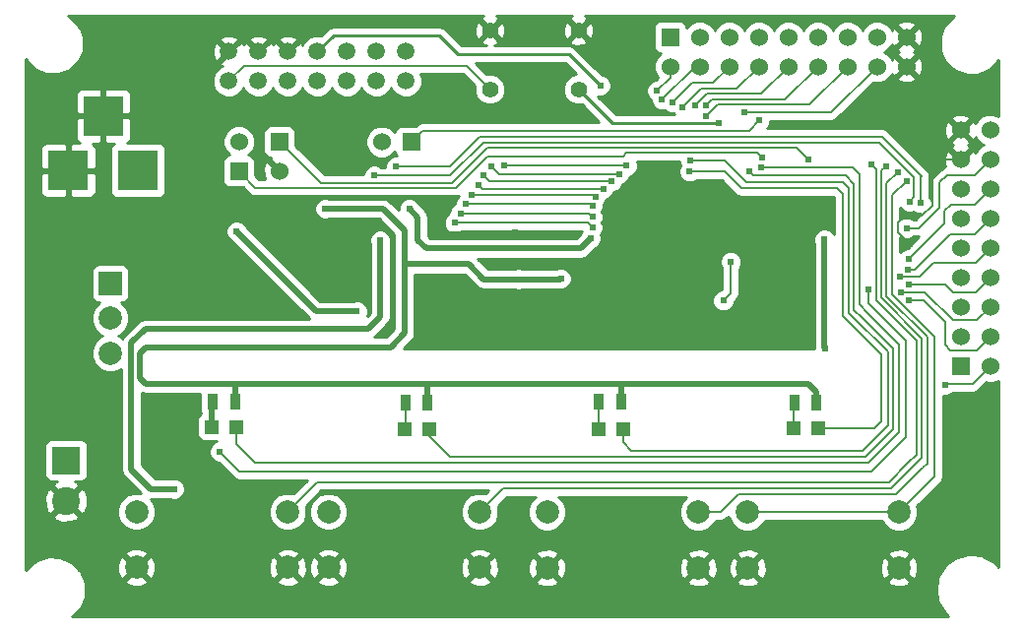
<source format=gtl>
G04 (created by PCBNEW (2013-07-07 BZR 4022)-stable) date 21/05/2014 18:52:46*
%MOIN*%
G04 Gerber Fmt 3.4, Leading zero omitted, Abs format*
%FSLAX34Y34*%
G01*
G70*
G90*
G04 APERTURE LIST*
%ADD10C,0.00590551*%
%ADD11C,0.0593*%
%ADD12C,0.0787402*%
%ADD13R,0.0787402X0.0787402*%
%ADD14C,0.055*%
%ADD15R,0.035X0.055*%
%ADD16R,0.06X0.06*%
%ADD17C,0.06*%
%ADD18R,0.0472X0.0472*%
%ADD19C,0.0944882*%
%ADD20R,0.0944882X0.0944882*%
%ADD21R,0.1378X0.1378*%
%ADD22C,0.024*%
%ADD23C,0.019685*%
%ADD24C,0.01*%
%ADD25C,0.008*%
G04 APERTURE END LIST*
G54D10*
G54D11*
X11503Y14224D03*
X11503Y15224D03*
X10503Y14224D03*
X10503Y15224D03*
X9503Y14224D03*
X9503Y15224D03*
X8503Y14224D03*
X8503Y15224D03*
X7503Y14224D03*
X7503Y15224D03*
X6503Y14224D03*
X6503Y15224D03*
X5503Y14224D03*
X5503Y15224D03*
G54D12*
X1496Y6196D03*
G54D13*
X1496Y7377D03*
G54D12*
X1496Y5015D03*
G54D14*
X17346Y13946D03*
X17346Y15946D03*
X14346Y13946D03*
X14346Y15946D03*
G54D12*
X8877Y-2244D03*
X8877Y-358D03*
X14000Y-2244D03*
X14000Y-358D03*
X2377Y-2244D03*
X2377Y-358D03*
X7500Y-2244D03*
X7500Y-358D03*
X23070Y-2259D03*
X23070Y-374D03*
X28192Y-2259D03*
X28192Y-374D03*
X16279Y-2259D03*
X16279Y-374D03*
X21401Y-2259D03*
X21401Y-374D03*
G54D15*
X11487Y3346D03*
X12237Y3346D03*
X18042Y3354D03*
X18792Y3354D03*
X24644Y3346D03*
X25394Y3346D03*
X4963Y3354D03*
X5713Y3354D03*
G54D16*
X5846Y11173D03*
G54D17*
X5846Y12173D03*
G54D16*
X11681Y12165D03*
G54D17*
X10681Y12165D03*
G54D16*
X7224Y12173D03*
G54D17*
X7224Y11173D03*
G54D18*
X4929Y2515D03*
X5755Y2515D03*
X11472Y2421D03*
X12298Y2421D03*
X24626Y2480D03*
X25452Y2480D03*
X18027Y2429D03*
X18853Y2429D03*
G54D19*
X-3Y7D03*
G54D20*
X-3Y1385D03*
G54D21*
X2437Y11196D03*
X75Y11196D03*
X1256Y13046D03*
G54D17*
X27448Y14716D03*
X28448Y15716D03*
G54D16*
X20448Y15716D03*
G54D17*
X20448Y14716D03*
X21448Y15716D03*
X21448Y14716D03*
X22448Y15716D03*
X22448Y14716D03*
X23448Y15716D03*
X23448Y14716D03*
X24448Y15716D03*
X24448Y14716D03*
X25448Y15716D03*
X25448Y14716D03*
X26448Y15716D03*
X26448Y14716D03*
X27448Y15716D03*
X28448Y14716D03*
X31279Y11562D03*
X30279Y12562D03*
G54D16*
X30279Y4562D03*
G54D17*
X31279Y4562D03*
X30279Y5562D03*
X31279Y5562D03*
X30279Y6562D03*
X31279Y6562D03*
X30279Y7562D03*
X31279Y7562D03*
X30279Y8562D03*
X31279Y8562D03*
X30279Y9562D03*
X31279Y9562D03*
X30279Y10562D03*
X31279Y10562D03*
X30279Y11562D03*
X31279Y12562D03*
G54D22*
X11614Y9901D03*
X17755Y8897D03*
X18090Y14074D03*
X25669Y8858D03*
X25688Y5177D03*
X9842Y6437D03*
X5767Y9133D03*
X8759Y9901D03*
X15314Y7519D03*
X16751Y7539D03*
X14842Y11358D03*
X18976Y11356D03*
X18720Y11082D03*
X14409Y11338D03*
X14133Y11023D03*
X18464Y10826D03*
X18188Y10570D03*
X13956Y10708D03*
X13740Y10374D03*
X17913Y10314D03*
X17814Y10000D03*
X13543Y10059D03*
X13346Y9744D03*
X17814Y9625D03*
X13149Y9429D03*
X17814Y9271D03*
X28446Y9246D03*
X20871Y13346D03*
X20521Y13496D03*
X20171Y13596D03*
X19996Y13896D03*
X28228Y7598D03*
X28496Y7846D03*
X28521Y8196D03*
X28523Y7342D03*
X28248Y7086D03*
X29763Y3937D03*
X28523Y6811D03*
X22971Y13171D03*
X21671Y13046D03*
X21671Y13396D03*
X21296Y13396D03*
X22244Y6791D03*
X22500Y8110D03*
X28917Y10098D03*
X11161Y11338D03*
X10433Y11023D03*
X28546Y10146D03*
X27165Y7185D03*
X5196Y1673D03*
X12322Y9114D03*
X15196Y9114D03*
X28546Y8696D03*
X17755Y7440D03*
X12736Y7480D03*
X25669Y9330D03*
X10019Y13641D03*
X9448Y12618D03*
X24114Y6456D03*
X24133Y8149D03*
X25137Y11555D03*
X23562Y11633D03*
X23471Y12896D03*
X3661Y413D03*
X10629Y8838D03*
X28446Y10846D03*
X28146Y11146D03*
X27746Y11346D03*
X27246Y11396D03*
X21121Y11521D03*
X23129Y11161D03*
X23543Y11299D03*
X21102Y11161D03*
X22106Y12795D03*
G54D23*
X11614Y9901D02*
X11909Y9606D01*
X12185Y8562D02*
X13582Y8562D01*
X11909Y8838D02*
X12185Y8562D01*
X11909Y9606D02*
X11909Y8838D01*
X17421Y8562D02*
X17755Y8897D01*
X13582Y8562D02*
X17421Y8562D01*
G54D24*
X9047Y15767D02*
X8503Y15224D01*
X12637Y15767D02*
X9047Y15767D01*
X13267Y15137D02*
X12637Y15767D01*
X17027Y15137D02*
X13267Y15137D01*
X18090Y14074D02*
X17027Y15137D01*
G54D23*
X25669Y8858D02*
X25669Y5196D01*
X25669Y5196D02*
X25688Y5177D01*
X8464Y6437D02*
X9842Y6437D01*
X5767Y9133D02*
X8464Y6437D01*
X8759Y9901D02*
X10728Y9901D01*
X10728Y9901D02*
X11456Y9173D01*
X11456Y8051D02*
X11476Y8031D01*
X11476Y8031D02*
X13622Y8031D01*
X11456Y9173D02*
X11456Y8051D01*
X11456Y8051D02*
X11456Y5688D01*
X2696Y5216D02*
X2500Y5019D01*
X10984Y5216D02*
X2696Y5216D01*
X11456Y5688D02*
X10984Y5216D01*
X14133Y7519D02*
X15314Y7519D01*
X13622Y8031D02*
X14133Y7519D01*
X2500Y5019D02*
X2500Y4173D01*
X5713Y3976D02*
X2696Y3976D01*
X2696Y3976D02*
X2500Y4173D01*
X5713Y3354D02*
X5713Y3976D01*
X12237Y3346D02*
X12237Y3976D01*
X12237Y3976D02*
X12224Y3976D01*
X18792Y3354D02*
X18792Y3976D01*
X15314Y7519D02*
X16732Y7519D01*
X16732Y7519D02*
X16751Y7539D01*
X25394Y3346D02*
X25394Y3699D01*
X25118Y3976D02*
X18792Y3976D01*
X18792Y3976D02*
X12224Y3976D01*
X12224Y3976D02*
X5713Y3976D01*
X25394Y3699D02*
X25118Y3976D01*
G54D25*
X16751Y7539D02*
X16732Y7519D01*
X14842Y11358D02*
X14842Y11356D01*
X18976Y11356D02*
X14842Y11356D01*
X14665Y11082D02*
X18720Y11082D01*
X14409Y11338D02*
X14665Y11082D01*
X14330Y10826D02*
X14133Y11023D01*
X18464Y10826D02*
X14330Y10826D01*
X14094Y10570D02*
X18188Y10570D01*
X13956Y10708D02*
X14094Y10570D01*
X17854Y10374D02*
X13740Y10374D01*
X17913Y10314D02*
X17854Y10374D01*
X17755Y10059D02*
X17814Y10000D01*
X13543Y10059D02*
X17755Y10059D01*
X17696Y9744D02*
X13346Y9744D01*
X17814Y9625D02*
X17696Y9744D01*
X17657Y9429D02*
X13149Y9429D01*
X17814Y9271D02*
X17657Y9429D01*
X28446Y9246D02*
X28871Y9246D01*
X30763Y11046D02*
X31279Y11562D01*
X29821Y11046D02*
X30763Y11046D01*
X29571Y10796D02*
X29821Y11046D01*
X29571Y9946D02*
X29571Y10796D01*
X28871Y9246D02*
X29571Y9946D01*
X22704Y13971D02*
X23448Y14716D01*
X21496Y13971D02*
X22704Y13971D01*
X20871Y13346D02*
X21496Y13971D01*
X21904Y14171D02*
X22448Y14716D01*
X21196Y14171D02*
X21904Y14171D01*
X20521Y13496D02*
X21196Y14171D01*
X21290Y14716D02*
X21448Y14716D01*
X20171Y13596D02*
X21290Y14716D01*
X20448Y14349D02*
X20448Y14716D01*
X19996Y13896D02*
X20448Y14349D01*
X29351Y8071D02*
X30788Y8071D01*
X28877Y7598D02*
X29351Y8071D01*
X28228Y7598D02*
X28877Y7598D01*
X30788Y8071D02*
X31279Y8562D01*
X28496Y7846D02*
X28721Y7846D01*
X28721Y7846D02*
X29921Y9046D01*
X30763Y9046D02*
X31279Y9562D01*
X29921Y9046D02*
X30346Y9046D01*
X30346Y9046D02*
X30763Y9046D01*
X30763Y10046D02*
X31279Y10562D01*
X29946Y10046D02*
X30763Y10046D01*
X29721Y9821D02*
X29946Y10046D01*
X29721Y9396D02*
X29721Y9821D01*
X28521Y8196D02*
X29721Y9396D01*
X29744Y7342D02*
X30014Y7071D01*
X28523Y7342D02*
X29744Y7342D01*
X30788Y7071D02*
X31279Y7562D01*
X30014Y7071D02*
X30788Y7071D01*
X29074Y7086D02*
X30039Y6121D01*
X28248Y7086D02*
X29074Y7086D01*
X30838Y6121D02*
X31279Y6562D01*
X30039Y6121D02*
X30838Y6121D01*
X30692Y3976D02*
X29803Y3976D01*
X29803Y3976D02*
X29763Y3937D01*
X31279Y4562D02*
X30692Y3976D01*
X28523Y6811D02*
X29015Y6811D01*
X29744Y5295D02*
X29942Y5096D01*
X29744Y6082D02*
X29744Y5295D01*
X29015Y6811D02*
X29744Y6082D01*
X30813Y5096D02*
X31279Y5562D01*
X29942Y5096D02*
X30813Y5096D01*
X25904Y13171D02*
X27448Y14716D01*
X22971Y13171D02*
X25904Y13171D01*
X25154Y13421D02*
X26448Y14716D01*
X22046Y13421D02*
X25154Y13421D01*
X21671Y13046D02*
X22046Y13421D01*
X24329Y13596D02*
X25448Y14716D01*
X21871Y13596D02*
X24329Y13596D01*
X21671Y13396D02*
X21871Y13596D01*
X23529Y13796D02*
X24448Y14716D01*
X21696Y13796D02*
X23529Y13796D01*
X21296Y13396D02*
X21696Y13796D01*
X22500Y7047D02*
X22244Y6791D01*
X22500Y8110D02*
X22500Y7047D01*
X28937Y11005D02*
X28946Y11014D01*
X28937Y10118D02*
X28937Y11005D01*
X28917Y10098D02*
X28937Y10118D01*
X12992Y11338D02*
X13996Y12342D01*
X11161Y11338D02*
X12992Y11338D01*
X28946Y11014D02*
X27618Y12342D01*
X27618Y12342D02*
X13996Y12342D01*
X13996Y12342D02*
X13366Y11712D01*
X28546Y10146D02*
X28700Y10301D01*
X28700Y10301D02*
X28700Y10984D01*
X14389Y12145D02*
X14114Y12145D01*
X12992Y11023D02*
X10433Y11023D01*
X14114Y12145D02*
X12992Y11023D01*
X28700Y10984D02*
X27539Y12145D01*
X27539Y12145D02*
X14389Y12145D01*
X27165Y6692D02*
X27303Y6555D01*
X27165Y7185D02*
X27165Y6692D01*
X5866Y1003D02*
X5196Y1673D01*
X27263Y1003D02*
X5866Y1003D01*
X28425Y2165D02*
X27263Y1003D01*
X28425Y5433D02*
X28425Y2165D01*
X27303Y6555D02*
X28425Y5433D01*
X15196Y9114D02*
X12322Y9114D01*
X28546Y8696D02*
X28149Y9093D01*
X29732Y11562D02*
X30279Y11562D01*
X29311Y11141D02*
X29732Y11562D01*
X29311Y10019D02*
X29311Y11141D01*
X28976Y9685D02*
X29311Y10019D01*
X28385Y9685D02*
X28976Y9685D01*
X28149Y9448D02*
X28385Y9685D01*
X28149Y9093D02*
X28149Y9448D01*
G54D24*
X17755Y7440D02*
X17440Y7125D01*
X13090Y7125D02*
X12736Y7480D01*
X17440Y7125D02*
X13090Y7125D01*
G54D23*
X24133Y8149D02*
X25314Y9330D01*
X25314Y9330D02*
X25669Y9330D01*
G54D24*
X10019Y13188D02*
X10019Y13641D01*
X9448Y12618D02*
X10019Y13188D01*
G54D25*
X24114Y8129D02*
X24114Y6456D01*
X24133Y8149D02*
X24114Y8129D01*
X21299Y11968D02*
X24724Y11968D01*
X24724Y11968D02*
X25137Y11555D01*
X21299Y11968D02*
X14271Y11968D01*
X8627Y10770D02*
X7224Y12173D01*
X13073Y10770D02*
X8627Y10770D01*
X14271Y11968D02*
X13073Y10770D01*
X23562Y11633D02*
X23405Y11791D01*
X23405Y11791D02*
X22913Y11791D01*
X21043Y11791D02*
X22913Y11791D01*
X18543Y11671D02*
X18846Y11671D01*
X14250Y11671D02*
X18543Y11671D01*
X21043Y11791D02*
X18965Y11791D01*
X18965Y11791D02*
X18846Y11671D01*
X6409Y10610D02*
X13188Y10610D01*
X13188Y10610D02*
X14250Y11671D01*
X5846Y11173D02*
X6409Y10610D01*
X23471Y12896D02*
X23113Y12539D01*
X12055Y12539D02*
X11681Y12165D01*
X23113Y12539D02*
X12055Y12539D01*
G54D23*
X2874Y413D02*
X3661Y413D01*
X2204Y1082D02*
X2874Y413D01*
X2204Y3897D02*
X2204Y1082D01*
X2204Y5354D02*
X2204Y3897D01*
X2677Y5826D02*
X2204Y5354D01*
X10216Y5826D02*
X2677Y5826D01*
X10629Y6240D02*
X10216Y5826D01*
X10629Y8838D02*
X10629Y6240D01*
G54D25*
X28070Y6889D02*
X27952Y7007D01*
X27952Y10353D02*
X28446Y10846D01*
X27952Y7007D02*
X27952Y10353D01*
X28192Y-374D02*
X29389Y822D01*
X29389Y5570D02*
X28070Y6889D01*
X29389Y822D02*
X29389Y5570D01*
X23070Y-374D02*
X28192Y-374D01*
X28996Y1122D02*
X29153Y1279D01*
X29153Y1279D02*
X29153Y5531D01*
X29153Y5570D02*
X27775Y6948D01*
X29153Y5551D02*
X29153Y5570D01*
X29153Y5531D02*
X29153Y5551D01*
X27263Y236D02*
X28110Y236D01*
X28110Y236D02*
X28996Y1122D01*
X21401Y-374D02*
X22165Y-374D01*
X27775Y10776D02*
X28146Y11146D01*
X27775Y6948D02*
X27775Y10776D01*
X22775Y236D02*
X27263Y236D01*
X22165Y-374D02*
X22775Y236D01*
X28769Y1269D02*
X28976Y1476D01*
X28976Y5511D02*
X27598Y6889D01*
X28976Y5472D02*
X28976Y5511D01*
X28976Y1476D02*
X28976Y5472D01*
X27224Y433D02*
X27933Y433D01*
X27933Y433D02*
X28769Y1269D01*
X14000Y-358D02*
X14791Y433D01*
X27598Y11199D02*
X27746Y11346D01*
X27598Y6889D02*
X27598Y11199D01*
X14791Y433D02*
X27224Y433D01*
X28503Y1299D02*
X28779Y1574D01*
X28779Y5433D02*
X27421Y6791D01*
X28779Y5413D02*
X28779Y5433D01*
X28779Y1574D02*
X28779Y5413D01*
X27854Y649D02*
X28503Y1299D01*
X7500Y-358D02*
X8507Y649D01*
X27421Y11221D02*
X27246Y11396D01*
X27421Y6791D02*
X27421Y11221D01*
X8507Y649D02*
X27854Y649D01*
X26643Y6230D02*
X26496Y6377D01*
X22297Y11521D02*
X21121Y11521D01*
X23011Y10807D02*
X22297Y11521D01*
X26299Y10807D02*
X23011Y10807D01*
X26496Y10610D02*
X26299Y10807D01*
X26496Y6377D02*
X26496Y10610D01*
X18853Y2429D02*
X18853Y1992D01*
X19133Y1712D02*
X24704Y1712D01*
X18853Y1992D02*
X19133Y1712D01*
X26948Y1712D02*
X27814Y2578D01*
X24704Y1712D02*
X26948Y1712D01*
X27814Y5059D02*
X27814Y2578D01*
X26643Y6230D02*
X27814Y5059D01*
X23129Y11161D02*
X23267Y11023D01*
X26673Y6476D02*
X26948Y6200D01*
X26673Y10748D02*
X26673Y6476D01*
X26397Y11023D02*
X26673Y10748D01*
X23267Y11023D02*
X26397Y11023D01*
X12298Y2421D02*
X12298Y2189D01*
X12992Y1496D02*
X18858Y1496D01*
X12298Y2189D02*
X12992Y1496D01*
X27047Y1496D02*
X27992Y2440D01*
X18858Y1496D02*
X27047Y1496D01*
X27992Y5157D02*
X26948Y6200D01*
X27992Y2440D02*
X27992Y5157D01*
X23543Y11299D02*
X26614Y11299D01*
X26614Y11299D02*
X26850Y11062D01*
X26850Y10551D02*
X26850Y11062D01*
X26850Y11062D02*
X26614Y11299D01*
X27165Y6338D02*
X26850Y6653D01*
X26850Y6653D02*
X26850Y10551D01*
X5755Y1941D02*
X5755Y2515D01*
X6397Y1299D02*
X5755Y1941D01*
X27165Y1299D02*
X6397Y1299D01*
X28188Y2322D02*
X27165Y1299D01*
X28188Y5314D02*
X28188Y2322D01*
X27165Y6338D02*
X28188Y5314D01*
X24626Y2480D02*
X24626Y3328D01*
X24626Y3328D02*
X24644Y3346D01*
X21102Y11161D02*
X22303Y11161D01*
X26279Y6279D02*
X26358Y6200D01*
X26279Y10410D02*
X26279Y6279D01*
X26099Y10590D02*
X26279Y10410D01*
X22874Y10590D02*
X26099Y10590D01*
X22303Y11161D02*
X22874Y10590D01*
X27362Y2480D02*
X25452Y2480D01*
X27598Y2716D02*
X27362Y2480D01*
X27598Y4960D02*
X27598Y2716D01*
X26358Y6200D02*
X27598Y4960D01*
G54D23*
X4929Y2515D02*
X4929Y3320D01*
X4929Y3320D02*
X4963Y3354D01*
G54D25*
X11472Y2421D02*
X11487Y2435D01*
X11487Y2435D02*
X11487Y3346D01*
X18042Y3354D02*
X18027Y3339D01*
X18027Y3339D02*
X18027Y2429D01*
G54D24*
X17346Y13946D02*
X18497Y12795D01*
X18497Y12795D02*
X22106Y12795D01*
G54D25*
X5503Y14224D02*
X6026Y14746D01*
X6026Y14746D02*
X12796Y14746D01*
X12796Y14746D02*
X13546Y14746D01*
X13546Y14746D02*
X14346Y13946D01*
G54D10*
G36*
X9580Y15218D02*
X9509Y15148D01*
X9503Y15153D01*
X9498Y15148D01*
X9427Y15218D01*
X9433Y15224D01*
X9427Y15229D01*
X9498Y15300D01*
X9503Y15295D01*
X9509Y15300D01*
X9580Y15229D01*
X9574Y15224D01*
X9580Y15218D01*
X9580Y15218D01*
G37*
G54D24*
X9580Y15218D02*
X9509Y15148D01*
X9503Y15153D01*
X9498Y15148D01*
X9427Y15218D01*
X9433Y15224D01*
X9427Y15229D01*
X9498Y15300D01*
X9503Y15295D01*
X9509Y15300D01*
X9580Y15229D01*
X9574Y15224D01*
X9580Y15218D01*
G54D10*
G36*
X10580Y15218D02*
X10509Y15148D01*
X10503Y15153D01*
X10498Y15148D01*
X10427Y15218D01*
X10433Y15224D01*
X10427Y15229D01*
X10498Y15300D01*
X10503Y15295D01*
X10509Y15300D01*
X10580Y15229D01*
X10574Y15224D01*
X10580Y15218D01*
X10580Y15218D01*
G37*
G54D24*
X10580Y15218D02*
X10509Y15148D01*
X10503Y15153D01*
X10498Y15148D01*
X10427Y15218D01*
X10433Y15224D01*
X10427Y15229D01*
X10498Y15300D01*
X10503Y15295D01*
X10509Y15300D01*
X10580Y15229D01*
X10574Y15224D01*
X10580Y15218D01*
G54D10*
G36*
X11580Y15218D02*
X11509Y15148D01*
X11503Y15153D01*
X11498Y15148D01*
X11427Y15218D01*
X11433Y15224D01*
X11427Y15229D01*
X11498Y15300D01*
X11503Y15295D01*
X11509Y15300D01*
X11580Y15229D01*
X11574Y15224D01*
X11580Y15218D01*
X11580Y15218D01*
G37*
G54D24*
X11580Y15218D02*
X11509Y15148D01*
X11503Y15153D01*
X11498Y15148D01*
X11427Y15218D01*
X11433Y15224D01*
X11427Y15229D01*
X11498Y15300D01*
X11503Y15295D01*
X11509Y15300D01*
X11580Y15229D01*
X11574Y15224D01*
X11580Y15218D01*
G54D10*
G36*
X25989Y9052D02*
X25983Y9067D01*
X25879Y9171D01*
X25743Y9228D01*
X25596Y9228D01*
X25459Y9172D01*
X25355Y9068D01*
X25299Y8932D01*
X25299Y8784D01*
X25320Y8732D01*
X25320Y5255D01*
X25319Y5251D01*
X25318Y5167D01*
X22870Y5167D01*
X22870Y8183D01*
X22813Y8319D01*
X22709Y8423D01*
X22573Y8480D01*
X22426Y8480D01*
X22290Y8424D01*
X22186Y8320D01*
X22130Y8184D01*
X22129Y8036D01*
X22186Y7900D01*
X22210Y7877D01*
X22210Y7167D01*
X22204Y7161D01*
X22170Y7161D01*
X22034Y7105D01*
X21930Y7001D01*
X21874Y6865D01*
X21874Y6718D01*
X21930Y6582D01*
X22034Y6477D01*
X22170Y6421D01*
X22317Y6421D01*
X22453Y6477D01*
X22557Y6581D01*
X22614Y6717D01*
X22614Y6751D01*
X22705Y6842D01*
X22705Y6842D01*
X22705Y6842D01*
X22767Y6936D01*
X22790Y7047D01*
X22789Y7047D01*
X22790Y7047D01*
X22790Y7876D01*
X22813Y7900D01*
X22869Y8036D01*
X22870Y8183D01*
X22870Y5167D01*
X15098Y5167D01*
X11427Y5167D01*
X11703Y5442D01*
X11703Y5442D01*
X11703Y5442D01*
X11778Y5555D01*
X11805Y5688D01*
X11805Y5688D01*
X11805Y5688D01*
X11805Y7683D01*
X13477Y7683D01*
X13887Y7273D01*
X13887Y7273D01*
X14000Y7197D01*
X14133Y7171D01*
X15189Y7171D01*
X15241Y7149D01*
X15388Y7149D01*
X15440Y7171D01*
X16673Y7171D01*
X16678Y7169D01*
X16825Y7169D01*
X16961Y7225D01*
X17065Y7329D01*
X17121Y7465D01*
X17122Y7612D01*
X17065Y7748D01*
X16961Y7852D01*
X16825Y7909D01*
X16678Y7909D01*
X16578Y7868D01*
X15440Y7868D01*
X15388Y7889D01*
X15241Y7889D01*
X15189Y7868D01*
X14278Y7868D01*
X13931Y8214D01*
X17421Y8214D01*
X17421Y8214D01*
X17421Y8214D01*
X17532Y8236D01*
X17554Y8241D01*
X17554Y8241D01*
X17667Y8316D01*
X17913Y8562D01*
X17965Y8583D01*
X18069Y8687D01*
X18125Y8823D01*
X18125Y8970D01*
X18100Y9033D01*
X18128Y9061D01*
X18184Y9197D01*
X18185Y9344D01*
X18142Y9448D01*
X18184Y9552D01*
X18185Y9699D01*
X18137Y9813D01*
X18184Y9926D01*
X18185Y10063D01*
X18226Y10105D01*
X18267Y10202D01*
X18398Y10257D01*
X18502Y10361D01*
X18543Y10458D01*
X18673Y10512D01*
X18778Y10616D01*
X18822Y10724D01*
X18929Y10768D01*
X19033Y10872D01*
X19087Y11002D01*
X19185Y11042D01*
X19289Y11146D01*
X19345Y11282D01*
X19346Y11430D01*
X19316Y11501D01*
X20751Y11501D01*
X20750Y11448D01*
X20785Y11364D01*
X20732Y11235D01*
X20732Y11088D01*
X20788Y10952D01*
X20892Y10847D01*
X21028Y10791D01*
X21175Y10791D01*
X21311Y10847D01*
X21335Y10871D01*
X22183Y10871D01*
X22668Y10385D01*
X22668Y10385D01*
X22763Y10322D01*
X22874Y10300D01*
X25979Y10300D01*
X25989Y10290D01*
X25989Y9052D01*
X25989Y9052D01*
G37*
G54D24*
X25989Y9052D02*
X25983Y9067D01*
X25879Y9171D01*
X25743Y9228D01*
X25596Y9228D01*
X25459Y9172D01*
X25355Y9068D01*
X25299Y8932D01*
X25299Y8784D01*
X25320Y8732D01*
X25320Y5255D01*
X25319Y5251D01*
X25318Y5167D01*
X22870Y5167D01*
X22870Y8183D01*
X22813Y8319D01*
X22709Y8423D01*
X22573Y8480D01*
X22426Y8480D01*
X22290Y8424D01*
X22186Y8320D01*
X22130Y8184D01*
X22129Y8036D01*
X22186Y7900D01*
X22210Y7877D01*
X22210Y7167D01*
X22204Y7161D01*
X22170Y7161D01*
X22034Y7105D01*
X21930Y7001D01*
X21874Y6865D01*
X21874Y6718D01*
X21930Y6582D01*
X22034Y6477D01*
X22170Y6421D01*
X22317Y6421D01*
X22453Y6477D01*
X22557Y6581D01*
X22614Y6717D01*
X22614Y6751D01*
X22705Y6842D01*
X22705Y6842D01*
X22705Y6842D01*
X22767Y6936D01*
X22790Y7047D01*
X22789Y7047D01*
X22790Y7047D01*
X22790Y7876D01*
X22813Y7900D01*
X22869Y8036D01*
X22870Y8183D01*
X22870Y5167D01*
X15098Y5167D01*
X11427Y5167D01*
X11703Y5442D01*
X11703Y5442D01*
X11703Y5442D01*
X11778Y5555D01*
X11805Y5688D01*
X11805Y5688D01*
X11805Y5688D01*
X11805Y7683D01*
X13477Y7683D01*
X13887Y7273D01*
X13887Y7273D01*
X14000Y7197D01*
X14133Y7171D01*
X15189Y7171D01*
X15241Y7149D01*
X15388Y7149D01*
X15440Y7171D01*
X16673Y7171D01*
X16678Y7169D01*
X16825Y7169D01*
X16961Y7225D01*
X17065Y7329D01*
X17121Y7465D01*
X17122Y7612D01*
X17065Y7748D01*
X16961Y7852D01*
X16825Y7909D01*
X16678Y7909D01*
X16578Y7868D01*
X15440Y7868D01*
X15388Y7889D01*
X15241Y7889D01*
X15189Y7868D01*
X14278Y7868D01*
X13931Y8214D01*
X17421Y8214D01*
X17421Y8214D01*
X17421Y8214D01*
X17532Y8236D01*
X17554Y8241D01*
X17554Y8241D01*
X17667Y8316D01*
X17913Y8562D01*
X17965Y8583D01*
X18069Y8687D01*
X18125Y8823D01*
X18125Y8970D01*
X18100Y9033D01*
X18128Y9061D01*
X18184Y9197D01*
X18185Y9344D01*
X18142Y9448D01*
X18184Y9552D01*
X18185Y9699D01*
X18137Y9813D01*
X18184Y9926D01*
X18185Y10063D01*
X18226Y10105D01*
X18267Y10202D01*
X18398Y10257D01*
X18502Y10361D01*
X18543Y10458D01*
X18673Y10512D01*
X18778Y10616D01*
X18822Y10724D01*
X18929Y10768D01*
X19033Y10872D01*
X19087Y11002D01*
X19185Y11042D01*
X19289Y11146D01*
X19345Y11282D01*
X19346Y11430D01*
X19316Y11501D01*
X20751Y11501D01*
X20750Y11448D01*
X20785Y11364D01*
X20732Y11235D01*
X20732Y11088D01*
X20788Y10952D01*
X20892Y10847D01*
X21028Y10791D01*
X21175Y10791D01*
X21311Y10847D01*
X21335Y10871D01*
X22183Y10871D01*
X22668Y10385D01*
X22668Y10385D01*
X22763Y10322D01*
X22874Y10300D01*
X25979Y10300D01*
X25989Y10290D01*
X25989Y9052D01*
G54D10*
G36*
X28870Y8956D02*
X28480Y8566D01*
X28447Y8566D01*
X28311Y8510D01*
X28242Y8441D01*
X28242Y8930D01*
X28372Y8876D01*
X28519Y8876D01*
X28655Y8932D01*
X28679Y8956D01*
X28870Y8956D01*
X28870Y8956D01*
G37*
G54D24*
X28870Y8956D02*
X28480Y8566D01*
X28447Y8566D01*
X28311Y8510D01*
X28242Y8441D01*
X28242Y8930D01*
X28372Y8876D01*
X28519Y8876D01*
X28655Y8932D01*
X28679Y8956D01*
X28870Y8956D01*
G54D10*
G36*
X28942Y9728D02*
X28750Y9536D01*
X28679Y9536D01*
X28655Y9560D01*
X28519Y9616D01*
X28372Y9616D01*
X28242Y9563D01*
X28242Y9926D01*
X28336Y9833D01*
X28472Y9776D01*
X28619Y9776D01*
X28687Y9804D01*
X28707Y9784D01*
X28843Y9728D01*
X28942Y9728D01*
X28942Y9728D01*
G37*
G54D24*
X28942Y9728D02*
X28750Y9536D01*
X28679Y9536D01*
X28655Y9560D01*
X28519Y9616D01*
X28372Y9616D01*
X28242Y9563D01*
X28242Y9926D01*
X28336Y9833D01*
X28472Y9776D01*
X28619Y9776D01*
X28687Y9804D01*
X28707Y9784D01*
X28843Y9728D01*
X28942Y9728D01*
G54D10*
G36*
X31561Y-2230D02*
X31496Y-2143D01*
X31419Y-2072D01*
X31418Y-2072D01*
X31107Y-1883D01*
X31008Y-1847D01*
X31008Y-1847D01*
X30648Y-1792D01*
X30543Y-1797D01*
X30543Y-1797D01*
X30189Y-1884D01*
X30094Y-1929D01*
X30094Y-1929D01*
X29800Y-2144D01*
X29729Y-2222D01*
X29729Y-2222D01*
X29541Y-2534D01*
X29505Y-2633D01*
X29505Y-2633D01*
X29450Y-2993D01*
X29455Y-3098D01*
X29541Y-3451D01*
X29586Y-3547D01*
X29586Y-3547D01*
X29802Y-3840D01*
X29870Y-3903D01*
X28840Y-3903D01*
X28840Y-2363D01*
X28831Y-2108D01*
X28751Y-1915D01*
X28646Y-1876D01*
X28575Y-1947D01*
X28575Y-1806D01*
X28537Y-1701D01*
X28297Y-1611D01*
X28041Y-1621D01*
X27848Y-1701D01*
X27809Y-1806D01*
X28192Y-2189D01*
X28575Y-1806D01*
X28575Y-1947D01*
X28263Y-2259D01*
X28646Y-2642D01*
X28751Y-2604D01*
X28840Y-2363D01*
X28840Y-3903D01*
X28575Y-3903D01*
X28575Y-2713D01*
X28192Y-2330D01*
X28122Y-2401D01*
X28122Y-2259D01*
X27739Y-1876D01*
X27634Y-1915D01*
X27544Y-2155D01*
X27554Y-2411D01*
X27634Y-2604D01*
X27739Y-2642D01*
X28122Y-2259D01*
X28122Y-2401D01*
X27809Y-2713D01*
X27848Y-2818D01*
X28088Y-2907D01*
X28344Y-2898D01*
X28537Y-2818D01*
X28575Y-2713D01*
X28575Y-3903D01*
X23718Y-3903D01*
X23718Y-2363D01*
X23709Y-2108D01*
X23629Y-1915D01*
X23524Y-1876D01*
X23453Y-1947D01*
X23453Y-1806D01*
X23415Y-1701D01*
X23175Y-1611D01*
X22919Y-1621D01*
X22726Y-1701D01*
X22687Y-1806D01*
X23070Y-2189D01*
X23453Y-1806D01*
X23453Y-1947D01*
X23141Y-2259D01*
X23524Y-2642D01*
X23629Y-2604D01*
X23718Y-2363D01*
X23718Y-3903D01*
X23453Y-3903D01*
X23453Y-2713D01*
X23070Y-2330D01*
X23000Y-2401D01*
X23000Y-2259D01*
X22617Y-1876D01*
X22512Y-1915D01*
X22422Y-2155D01*
X22432Y-2411D01*
X22512Y-2604D01*
X22617Y-2642D01*
X23000Y-2259D01*
X23000Y-2401D01*
X22687Y-2713D01*
X22726Y-2818D01*
X22966Y-2907D01*
X23222Y-2898D01*
X23415Y-2818D01*
X23453Y-2713D01*
X23453Y-3903D01*
X22049Y-3903D01*
X22049Y-2363D01*
X22040Y-2108D01*
X21960Y-1915D01*
X21855Y-1876D01*
X21784Y-1947D01*
X21784Y-1806D01*
X21745Y-1701D01*
X21505Y-1611D01*
X21249Y-1621D01*
X21057Y-1701D01*
X21018Y-1806D01*
X21401Y-2189D01*
X21784Y-1806D01*
X21784Y-1947D01*
X21472Y-2259D01*
X21855Y-2642D01*
X21960Y-2604D01*
X22049Y-2363D01*
X22049Y-3903D01*
X21784Y-3903D01*
X21784Y-2713D01*
X21401Y-2330D01*
X21330Y-2401D01*
X21330Y-2259D01*
X20947Y-1876D01*
X20842Y-1915D01*
X20753Y-2155D01*
X20763Y-2411D01*
X20842Y-2604D01*
X20947Y-2642D01*
X21330Y-2259D01*
X21330Y-2401D01*
X21018Y-2713D01*
X21057Y-2818D01*
X21297Y-2907D01*
X21553Y-2898D01*
X21745Y-2818D01*
X21784Y-2713D01*
X21784Y-3903D01*
X16927Y-3903D01*
X16927Y-2363D01*
X16918Y-2108D01*
X16838Y-1915D01*
X16733Y-1876D01*
X16662Y-1947D01*
X16662Y-1806D01*
X16623Y-1701D01*
X16383Y-1611D01*
X16127Y-1621D01*
X15935Y-1701D01*
X15896Y-1806D01*
X16279Y-2189D01*
X16662Y-1806D01*
X16662Y-1947D01*
X16350Y-2259D01*
X16733Y-2642D01*
X16838Y-2604D01*
X16927Y-2363D01*
X16927Y-3903D01*
X16662Y-3903D01*
X16662Y-2713D01*
X16279Y-2330D01*
X16208Y-2401D01*
X16208Y-2259D01*
X15825Y-1876D01*
X15720Y-1915D01*
X15631Y-2155D01*
X15641Y-2411D01*
X15720Y-2604D01*
X15825Y-2642D01*
X16208Y-2259D01*
X16208Y-2401D01*
X15896Y-2713D01*
X15935Y-2818D01*
X16175Y-2907D01*
X16431Y-2898D01*
X16623Y-2818D01*
X16662Y-2713D01*
X16662Y-3903D01*
X14647Y-3903D01*
X14647Y-2348D01*
X14638Y-2092D01*
X14558Y-1899D01*
X14453Y-1861D01*
X14383Y-1931D01*
X14383Y-1790D01*
X14344Y-1685D01*
X14104Y-1596D01*
X13848Y-1605D01*
X13655Y-1685D01*
X13616Y-1790D01*
X14000Y-2173D01*
X14383Y-1790D01*
X14383Y-1931D01*
X14070Y-2244D01*
X14453Y-2627D01*
X14558Y-2588D01*
X14647Y-2348D01*
X14647Y-3903D01*
X14383Y-3903D01*
X14383Y-2697D01*
X14000Y-2314D01*
X13929Y-2385D01*
X13929Y-2244D01*
X13546Y-1861D01*
X13441Y-1899D01*
X13352Y-2139D01*
X13361Y-2395D01*
X13441Y-2588D01*
X13546Y-2627D01*
X13929Y-2244D01*
X13929Y-2385D01*
X13616Y-2697D01*
X13655Y-2802D01*
X13895Y-2892D01*
X14151Y-2882D01*
X14344Y-2802D01*
X14383Y-2697D01*
X14383Y-3903D01*
X9525Y-3903D01*
X9525Y-2348D01*
X9521Y-2235D01*
X9521Y-230D01*
X9423Y5D01*
X9243Y187D01*
X9006Y285D01*
X8750Y285D01*
X8513Y187D01*
X8332Y6D01*
X8234Y-229D01*
X8234Y-485D01*
X8331Y-722D01*
X8512Y-903D01*
X8749Y-1001D01*
X9005Y-1002D01*
X9242Y-904D01*
X9423Y-723D01*
X9521Y-486D01*
X9521Y-230D01*
X9521Y-2235D01*
X9516Y-2092D01*
X9436Y-1899D01*
X9331Y-1861D01*
X9260Y-1931D01*
X9260Y-1790D01*
X9222Y-1685D01*
X8982Y-1596D01*
X8726Y-1605D01*
X8533Y-1685D01*
X8494Y-1790D01*
X8877Y-2173D01*
X9260Y-1790D01*
X9260Y-1931D01*
X8948Y-2244D01*
X9331Y-2627D01*
X9436Y-2588D01*
X9525Y-2348D01*
X9525Y-3903D01*
X9260Y-3903D01*
X9260Y-2697D01*
X8877Y-2314D01*
X8807Y-2385D01*
X8807Y-2244D01*
X8424Y-1861D01*
X8319Y-1899D01*
X8229Y-2139D01*
X8239Y-2395D01*
X8319Y-2588D01*
X8424Y-2627D01*
X8807Y-2244D01*
X8807Y-2385D01*
X8494Y-2697D01*
X8533Y-2802D01*
X8773Y-2892D01*
X9029Y-2882D01*
X9222Y-2802D01*
X9260Y-2697D01*
X9260Y-3903D01*
X8147Y-3903D01*
X8147Y-2348D01*
X8138Y-2092D01*
X8058Y-1899D01*
X7953Y-1861D01*
X7883Y-1931D01*
X7883Y-1790D01*
X7844Y-1685D01*
X7604Y-1596D01*
X7348Y-1605D01*
X7155Y-1685D01*
X7116Y-1790D01*
X7500Y-2173D01*
X7883Y-1790D01*
X7883Y-1931D01*
X7570Y-2244D01*
X7953Y-2627D01*
X8058Y-2588D01*
X8147Y-2348D01*
X8147Y-3903D01*
X7883Y-3903D01*
X7883Y-2697D01*
X7500Y-2314D01*
X7429Y-2385D01*
X7429Y-2244D01*
X7046Y-1861D01*
X6941Y-1899D01*
X6852Y-2139D01*
X6861Y-2395D01*
X6941Y-2588D01*
X7046Y-2627D01*
X7429Y-2244D01*
X7429Y-2385D01*
X7116Y-2697D01*
X7155Y-2802D01*
X7395Y-2892D01*
X7651Y-2882D01*
X7844Y-2802D01*
X7883Y-2697D01*
X7883Y-3903D01*
X3025Y-3903D01*
X3025Y-2348D01*
X3016Y-2092D01*
X2936Y-1899D01*
X2831Y-1861D01*
X2760Y-1931D01*
X2760Y-1790D01*
X2722Y-1685D01*
X2482Y-1596D01*
X2226Y-1605D01*
X2033Y-1685D01*
X1994Y-1790D01*
X2377Y-2173D01*
X2760Y-1790D01*
X2760Y-1931D01*
X2448Y-2244D01*
X2831Y-2627D01*
X2936Y-2588D01*
X3025Y-2348D01*
X3025Y-3903D01*
X2760Y-3903D01*
X2760Y-2697D01*
X2377Y-2314D01*
X2307Y-2385D01*
X2307Y-2244D01*
X1924Y-1861D01*
X1819Y-1899D01*
X1729Y-2139D01*
X1739Y-2395D01*
X1819Y-2588D01*
X1924Y-2627D01*
X2307Y-2244D01*
X2307Y-2385D01*
X1994Y-2697D01*
X2033Y-2802D01*
X2273Y-2892D01*
X2529Y-2882D01*
X2722Y-2802D01*
X2760Y-2697D01*
X2760Y-3903D01*
X722Y-3903D01*
X722Y-115D01*
X718Y16D01*
X718Y962D01*
X718Y1907D01*
X680Y1999D01*
X610Y2070D01*
X518Y2108D01*
X418Y2108D01*
X25Y2108D01*
X25Y10320D01*
X25Y11146D01*
X25Y11246D01*
X25Y12073D01*
X-37Y12135D01*
X-663Y12135D01*
X-755Y12097D01*
X-825Y12027D01*
X-863Y11935D01*
X-863Y11836D01*
X-863Y11309D01*
X-801Y11246D01*
X25Y11246D01*
X25Y11146D01*
X-801Y11146D01*
X-863Y11084D01*
X-863Y10557D01*
X-863Y10457D01*
X-825Y10366D01*
X-755Y10295D01*
X-663Y10257D01*
X-37Y10257D01*
X25Y10320D01*
X25Y2108D01*
X-525Y2108D01*
X-617Y2070D01*
X-688Y2000D01*
X-726Y1908D01*
X-726Y1808D01*
X-726Y863D01*
X-688Y771D01*
X-618Y701D01*
X-526Y663D01*
X-426Y663D01*
X-319Y663D01*
X-395Y631D01*
X-443Y518D01*
X-3Y78D01*
X436Y518D01*
X387Y631D01*
X304Y663D01*
X518Y663D01*
X609Y701D01*
X680Y771D01*
X718Y863D01*
X718Y962D01*
X718Y16D01*
X714Y172D01*
X619Y399D01*
X506Y447D01*
X66Y7D01*
X506Y-432D01*
X619Y-383D01*
X722Y-115D01*
X722Y-3903D01*
X196Y-3903D01*
X417Y-3704D01*
X480Y-3619D01*
X480Y-3618D01*
X623Y-3317D01*
X649Y-3215D01*
X649Y-3213D01*
X665Y-2880D01*
X650Y-2776D01*
X649Y-2774D01*
X537Y-2460D01*
X483Y-2370D01*
X482Y-2369D01*
X436Y-2318D01*
X436Y-502D01*
X-3Y-62D01*
X-74Y-133D01*
X-74Y7D01*
X-514Y447D01*
X-627Y399D01*
X-730Y130D01*
X-721Y-156D01*
X-627Y-383D01*
X-514Y-432D01*
X-74Y7D01*
X-74Y-133D01*
X-443Y-502D01*
X-395Y-616D01*
X-126Y-718D01*
X160Y-710D01*
X387Y-616D01*
X436Y-502D01*
X436Y-2318D01*
X259Y-2122D01*
X174Y-2059D01*
X173Y-2059D01*
X-127Y-1916D01*
X-229Y-1890D01*
X-231Y-1890D01*
X-564Y-1873D01*
X-668Y-1888D01*
X-669Y-1889D01*
X-983Y-2001D01*
X-1074Y-2055D01*
X-1074Y-2056D01*
X-1322Y-2280D01*
X-1364Y-2336D01*
X-1364Y14974D01*
X-1345Y14941D01*
X-1142Y14707D01*
X-1142Y14707D01*
X-1058Y14643D01*
X-781Y14504D01*
X-781Y14504D01*
X-680Y14477D01*
X-371Y14455D01*
X-371Y14455D01*
X-267Y14468D01*
X26Y14567D01*
X26Y14567D01*
X117Y14619D01*
X351Y14822D01*
X351Y14822D01*
X415Y14905D01*
X554Y15182D01*
X554Y15182D01*
X581Y15284D01*
X603Y15592D01*
X603Y15593D01*
X590Y15697D01*
X492Y15990D01*
X491Y15991D01*
X439Y16082D01*
X236Y16316D01*
X236Y16316D01*
X153Y16380D01*
X67Y16423D01*
X14111Y16423D01*
X14073Y16407D01*
X14048Y16314D01*
X14346Y16017D01*
X14643Y16314D01*
X14618Y16407D01*
X14573Y16423D01*
X17111Y16423D01*
X17073Y16407D01*
X17048Y16314D01*
X17346Y16017D01*
X17643Y16314D01*
X17618Y16407D01*
X17573Y16423D01*
X30071Y16423D01*
X30068Y16421D01*
X30068Y16421D01*
X29982Y16360D01*
X29764Y16130D01*
X29764Y16130D01*
X29708Y16041D01*
X29595Y15744D01*
X29592Y15729D01*
X29577Y15640D01*
X29586Y15323D01*
X29586Y15323D01*
X29610Y15220D01*
X29739Y14930D01*
X29739Y14930D01*
X29800Y14845D01*
X30031Y14626D01*
X30031Y14626D01*
X30120Y14570D01*
X30416Y14457D01*
X30416Y14457D01*
X30520Y14439D01*
X30838Y14448D01*
X30838Y14448D01*
X30940Y14472D01*
X31230Y14601D01*
X31230Y14601D01*
X31316Y14662D01*
X31534Y14893D01*
X31534Y14893D01*
X31561Y14935D01*
X31561Y13041D01*
X31389Y13112D01*
X31170Y13113D01*
X30968Y13029D01*
X30813Y12874D01*
X30782Y12799D01*
X30760Y12850D01*
X30665Y12878D01*
X30594Y12807D01*
X30594Y12948D01*
X30567Y13044D01*
X30361Y13117D01*
X30142Y13106D01*
X29991Y13044D01*
X29964Y12948D01*
X30279Y12633D01*
X30594Y12948D01*
X30594Y12807D01*
X30350Y12562D01*
X30665Y12247D01*
X30760Y12275D01*
X30780Y12330D01*
X30812Y12251D01*
X30967Y12096D01*
X31049Y12063D01*
X30968Y12029D01*
X30813Y11874D01*
X30782Y11799D01*
X30760Y11850D01*
X30665Y11878D01*
X30594Y11807D01*
X30594Y11948D01*
X30567Y12044D01*
X30518Y12061D01*
X30567Y12081D01*
X30594Y12177D01*
X30279Y12492D01*
X30208Y12421D01*
X30208Y12562D01*
X29893Y12878D01*
X29798Y12850D01*
X29724Y12644D01*
X29735Y12426D01*
X29798Y12275D01*
X29893Y12247D01*
X30208Y12562D01*
X30208Y12421D01*
X29964Y12177D01*
X29991Y12081D01*
X30040Y12064D01*
X29991Y12044D01*
X29964Y11948D01*
X30279Y11633D01*
X30594Y11948D01*
X30594Y11807D01*
X30350Y11562D01*
X30355Y11557D01*
X30285Y11486D01*
X30279Y11492D01*
X30273Y11486D01*
X30203Y11557D01*
X30208Y11562D01*
X29893Y11878D01*
X29798Y11850D01*
X29724Y11644D01*
X29735Y11426D01*
X29776Y11327D01*
X29710Y11314D01*
X29616Y11251D01*
X29616Y11251D01*
X29366Y11001D01*
X29303Y10907D01*
X29281Y10796D01*
X29281Y10187D01*
X29231Y10307D01*
X29227Y10311D01*
X29227Y10969D01*
X29227Y10969D01*
X29236Y11014D01*
X29236Y11014D01*
X29236Y11014D01*
X29213Y11125D01*
X29213Y11125D01*
X29151Y11219D01*
X29003Y11367D01*
X29003Y14634D01*
X29003Y15634D01*
X28992Y15853D01*
X28930Y16004D01*
X28834Y16031D01*
X28764Y15961D01*
X28764Y16102D01*
X28736Y16197D01*
X28530Y16271D01*
X28312Y16260D01*
X28160Y16197D01*
X28133Y16102D01*
X28448Y15787D01*
X28764Y16102D01*
X28764Y15961D01*
X28519Y15716D01*
X28834Y15401D01*
X28930Y15428D01*
X29003Y15634D01*
X29003Y14634D01*
X28992Y14853D01*
X28930Y15004D01*
X28834Y15031D01*
X28764Y14961D01*
X28764Y15102D01*
X28736Y15197D01*
X28688Y15215D01*
X28736Y15235D01*
X28764Y15330D01*
X28448Y15645D01*
X28133Y15330D01*
X28160Y15235D01*
X28209Y15217D01*
X28160Y15197D01*
X28133Y15102D01*
X28448Y14787D01*
X28764Y15102D01*
X28764Y14961D01*
X28519Y14716D01*
X28834Y14401D01*
X28930Y14428D01*
X29003Y14634D01*
X29003Y11367D01*
X28764Y11606D01*
X28764Y14330D01*
X28448Y14645D01*
X28133Y14330D01*
X28160Y14235D01*
X28367Y14161D01*
X28585Y14172D01*
X28736Y14235D01*
X28764Y14330D01*
X28764Y11606D01*
X27823Y12547D01*
X27729Y12610D01*
X27618Y12632D01*
X23729Y12632D01*
X23784Y12686D01*
X23840Y12822D01*
X23841Y12881D01*
X25904Y12881D01*
X26015Y12903D01*
X26109Y12966D01*
X27317Y14175D01*
X27338Y14166D01*
X27557Y14166D01*
X27759Y14249D01*
X27914Y14404D01*
X27946Y14480D01*
X27967Y14428D01*
X28062Y14401D01*
X28378Y14716D01*
X28062Y15031D01*
X27967Y15004D01*
X27947Y14949D01*
X27915Y15027D01*
X27760Y15182D01*
X27678Y15216D01*
X27759Y15249D01*
X27914Y15404D01*
X27946Y15480D01*
X27967Y15428D01*
X28062Y15401D01*
X28378Y15716D01*
X28062Y16031D01*
X27967Y16004D01*
X27947Y15949D01*
X27915Y16027D01*
X27760Y16182D01*
X27558Y16266D01*
X27339Y16266D01*
X27137Y16183D01*
X26982Y16028D01*
X26948Y15946D01*
X26915Y16027D01*
X26760Y16182D01*
X26558Y16266D01*
X26339Y16266D01*
X26137Y16183D01*
X25982Y16028D01*
X25948Y15946D01*
X25915Y16027D01*
X25760Y16182D01*
X25558Y16266D01*
X25339Y16266D01*
X25137Y16183D01*
X24982Y16028D01*
X24948Y15946D01*
X24915Y16027D01*
X24760Y16182D01*
X24558Y16266D01*
X24339Y16266D01*
X24137Y16183D01*
X23982Y16028D01*
X23948Y15946D01*
X23915Y16027D01*
X23760Y16182D01*
X23558Y16266D01*
X23339Y16266D01*
X23137Y16183D01*
X22982Y16028D01*
X22948Y15946D01*
X22915Y16027D01*
X22760Y16182D01*
X22558Y16266D01*
X22339Y16266D01*
X22137Y16183D01*
X21982Y16028D01*
X21948Y15946D01*
X21915Y16027D01*
X21760Y16182D01*
X21558Y16266D01*
X21339Y16266D01*
X21137Y16183D01*
X20998Y16044D01*
X20998Y16066D01*
X20960Y16157D01*
X20890Y16228D01*
X20798Y16266D01*
X20699Y16266D01*
X20099Y16266D01*
X20007Y16228D01*
X19937Y16158D01*
X19898Y16066D01*
X19898Y15967D01*
X19898Y15367D01*
X19936Y15275D01*
X20007Y15204D01*
X20098Y15166D01*
X20121Y15166D01*
X19982Y15028D01*
X19898Y14826D01*
X19898Y14607D01*
X19982Y14405D01*
X20038Y14349D01*
X19955Y14266D01*
X19922Y14266D01*
X19786Y14210D01*
X19682Y14106D01*
X19626Y13970D01*
X19625Y13823D01*
X19682Y13687D01*
X19786Y13583D01*
X19801Y13577D01*
X19800Y13523D01*
X19857Y13387D01*
X19961Y13283D01*
X20097Y13226D01*
X20244Y13226D01*
X20260Y13233D01*
X20311Y13183D01*
X20447Y13126D01*
X20567Y13126D01*
X20599Y13095D01*
X18621Y13095D01*
X18009Y13707D01*
X18016Y13704D01*
X18163Y13704D01*
X18299Y13760D01*
X18404Y13864D01*
X18460Y14000D01*
X18460Y14148D01*
X18404Y14284D01*
X18300Y14388D01*
X18164Y14444D01*
X18144Y14444D01*
X17875Y14713D01*
X17875Y15871D01*
X17864Y16079D01*
X17806Y16219D01*
X17713Y16243D01*
X17416Y15946D01*
X17713Y15649D01*
X17806Y15674D01*
X17875Y15871D01*
X17875Y14713D01*
X17643Y14946D01*
X17643Y15579D01*
X17346Y15876D01*
X17275Y15805D01*
X17275Y15946D01*
X16978Y16243D01*
X16885Y16219D01*
X16816Y16022D01*
X16827Y15814D01*
X16885Y15674D01*
X16978Y15649D01*
X17275Y15946D01*
X17275Y15805D01*
X17048Y15579D01*
X17073Y15486D01*
X17270Y15416D01*
X17478Y15428D01*
X17618Y15486D01*
X17643Y15579D01*
X17643Y14946D01*
X17239Y15349D01*
X17142Y15414D01*
X17027Y15437D01*
X14875Y15437D01*
X14875Y15871D01*
X14864Y16079D01*
X14806Y16219D01*
X14713Y16243D01*
X14416Y15946D01*
X14713Y15649D01*
X14806Y15674D01*
X14875Y15871D01*
X14875Y15437D01*
X14501Y15437D01*
X14618Y15486D01*
X14643Y15579D01*
X14346Y15876D01*
X14275Y15805D01*
X14275Y15946D01*
X13978Y16243D01*
X13885Y16219D01*
X13816Y16022D01*
X13827Y15814D01*
X13885Y15674D01*
X13978Y15649D01*
X14275Y15946D01*
X14275Y15805D01*
X14048Y15579D01*
X14073Y15486D01*
X14211Y15437D01*
X13391Y15437D01*
X12849Y15979D01*
X12752Y16044D01*
X12637Y16067D01*
X9047Y16067D01*
X8932Y16044D01*
X8835Y15979D01*
X8622Y15767D01*
X8613Y15770D01*
X8395Y15771D01*
X8194Y15687D01*
X8040Y15534D01*
X8006Y15451D01*
X7982Y15510D01*
X7887Y15537D01*
X7816Y15466D01*
X7816Y15607D01*
X7789Y15702D01*
X7584Y15775D01*
X7367Y15764D01*
X7218Y15702D01*
X7191Y15607D01*
X7503Y15295D01*
X7816Y15607D01*
X7816Y15466D01*
X7574Y15224D01*
X7580Y15218D01*
X7509Y15148D01*
X7503Y15153D01*
X7498Y15148D01*
X7427Y15218D01*
X7433Y15224D01*
X7120Y15537D01*
X7025Y15510D01*
X7005Y15453D01*
X6982Y15510D01*
X6887Y15537D01*
X6816Y15466D01*
X6816Y15607D01*
X6789Y15702D01*
X6584Y15775D01*
X6367Y15764D01*
X6218Y15702D01*
X6191Y15607D01*
X6503Y15295D01*
X6816Y15607D01*
X6816Y15466D01*
X6574Y15224D01*
X6580Y15218D01*
X6509Y15148D01*
X6503Y15153D01*
X6498Y15148D01*
X6427Y15218D01*
X6433Y15224D01*
X6120Y15537D01*
X6025Y15510D01*
X6005Y15453D01*
X5982Y15510D01*
X5887Y15537D01*
X5816Y15466D01*
X5816Y15607D01*
X5789Y15702D01*
X5584Y15775D01*
X5367Y15764D01*
X5218Y15702D01*
X5191Y15607D01*
X5503Y15295D01*
X5816Y15607D01*
X5816Y15466D01*
X5574Y15224D01*
X5580Y15218D01*
X5509Y15148D01*
X5503Y15153D01*
X5433Y15082D01*
X5433Y15224D01*
X5120Y15537D01*
X5025Y15510D01*
X4952Y15305D01*
X4963Y15088D01*
X5025Y14938D01*
X5120Y14911D01*
X5433Y15224D01*
X5433Y15082D01*
X5191Y14841D01*
X5218Y14746D01*
X5281Y14723D01*
X5194Y14687D01*
X5040Y14534D01*
X4957Y14333D01*
X4957Y14116D01*
X5040Y13915D01*
X5193Y13761D01*
X5394Y13678D01*
X5612Y13677D01*
X5813Y13760D01*
X5966Y13914D01*
X6003Y14003D01*
X6040Y13915D01*
X6193Y13761D01*
X6394Y13678D01*
X6612Y13677D01*
X6813Y13760D01*
X6966Y13914D01*
X7003Y14003D01*
X7040Y13915D01*
X7193Y13761D01*
X7394Y13678D01*
X7612Y13677D01*
X7813Y13760D01*
X7966Y13914D01*
X8003Y14003D01*
X8040Y13915D01*
X8193Y13761D01*
X8394Y13678D01*
X8612Y13677D01*
X8813Y13760D01*
X8966Y13914D01*
X9003Y14003D01*
X9040Y13915D01*
X9193Y13761D01*
X9394Y13678D01*
X9612Y13677D01*
X9813Y13760D01*
X9966Y13914D01*
X10003Y14003D01*
X10040Y13915D01*
X10193Y13761D01*
X10394Y13678D01*
X10612Y13677D01*
X10813Y13760D01*
X10966Y13914D01*
X11003Y14003D01*
X11040Y13915D01*
X11193Y13761D01*
X11394Y13678D01*
X11612Y13677D01*
X11813Y13760D01*
X11966Y13914D01*
X12050Y14115D01*
X12050Y14332D01*
X11999Y14456D01*
X12796Y14456D01*
X13425Y14456D01*
X13824Y14058D01*
X13821Y14051D01*
X13820Y13842D01*
X13900Y13649D01*
X14048Y13502D01*
X14241Y13421D01*
X14450Y13421D01*
X14643Y13501D01*
X14790Y13649D01*
X14870Y13841D01*
X14871Y14050D01*
X14791Y14243D01*
X14643Y14391D01*
X14450Y14471D01*
X14242Y14471D01*
X14234Y14468D01*
X13865Y14837D01*
X16903Y14837D01*
X17269Y14471D01*
X17242Y14471D01*
X17049Y14392D01*
X16901Y14244D01*
X16821Y14051D01*
X16820Y13842D01*
X16900Y13649D01*
X17048Y13502D01*
X17241Y13421D01*
X17446Y13421D01*
X18039Y12829D01*
X12055Y12829D01*
X12055Y12829D01*
X11944Y12807D01*
X11850Y12744D01*
X11850Y12744D01*
X11821Y12715D01*
X11331Y12715D01*
X11239Y12677D01*
X11169Y12607D01*
X11131Y12515D01*
X11131Y12493D01*
X10993Y12631D01*
X10790Y12715D01*
X10572Y12715D01*
X10369Y12631D01*
X10215Y12477D01*
X10131Y12275D01*
X10131Y12056D01*
X10214Y11854D01*
X10369Y11699D01*
X10571Y11615D01*
X10790Y11615D01*
X10992Y11698D01*
X11131Y11837D01*
X11131Y11815D01*
X11169Y11723D01*
X11184Y11708D01*
X11088Y11708D01*
X10952Y11652D01*
X10847Y11548D01*
X10791Y11412D01*
X10791Y11313D01*
X10666Y11313D01*
X10642Y11337D01*
X10506Y11393D01*
X10359Y11393D01*
X10223Y11337D01*
X10119Y11233D01*
X10063Y11097D01*
X10063Y11060D01*
X8747Y11060D01*
X7774Y12033D01*
X7774Y12522D01*
X7736Y12614D01*
X7666Y12685D01*
X7574Y12723D01*
X7474Y12723D01*
X6874Y12723D01*
X6782Y12685D01*
X6712Y12615D01*
X6674Y12523D01*
X6674Y12423D01*
X6674Y11823D01*
X6712Y11731D01*
X6782Y11661D01*
X6874Y11623D01*
X6927Y11623D01*
X6909Y11559D01*
X7224Y11243D01*
X7229Y11249D01*
X7300Y11178D01*
X7295Y11173D01*
X7300Y11167D01*
X7229Y11096D01*
X7224Y11102D01*
X7218Y11096D01*
X7148Y11167D01*
X7153Y11173D01*
X6838Y11488D01*
X6743Y11461D01*
X6669Y11254D01*
X6680Y11036D01*
X6736Y10900D01*
X6529Y10900D01*
X6396Y11033D01*
X6396Y11522D01*
X6358Y11614D01*
X6288Y11685D01*
X6196Y11723D01*
X6174Y11723D01*
X6312Y11861D01*
X6396Y12063D01*
X6396Y12282D01*
X6312Y12484D01*
X6158Y12639D01*
X5956Y12723D01*
X5737Y12723D01*
X5535Y12639D01*
X5380Y12485D01*
X5296Y12283D01*
X5296Y12064D01*
X5379Y11862D01*
X5518Y11723D01*
X5496Y11723D01*
X5405Y11685D01*
X5334Y11615D01*
X5296Y11523D01*
X5296Y11423D01*
X5296Y10823D01*
X5334Y10731D01*
X5404Y10661D01*
X5496Y10623D01*
X5595Y10623D01*
X5986Y10623D01*
X6204Y10405D01*
X6298Y10342D01*
X6409Y10320D01*
X13188Y10320D01*
X13299Y10342D01*
X13310Y10349D01*
X13229Y10268D01*
X13173Y10132D01*
X13173Y10072D01*
X13137Y10057D01*
X13032Y9953D01*
X12976Y9818D01*
X12976Y9757D01*
X12940Y9742D01*
X12836Y9638D01*
X12779Y9503D01*
X12779Y9355D01*
X12835Y9219D01*
X12939Y9115D01*
X13075Y9059D01*
X13222Y9059D01*
X13358Y9115D01*
X13382Y9139D01*
X17469Y9139D01*
X17470Y9135D01*
X17442Y9107D01*
X17420Y9055D01*
X17276Y8911D01*
X13582Y8911D01*
X12329Y8911D01*
X12257Y8982D01*
X12257Y9606D01*
X12257Y9606D01*
X12257Y9606D01*
X12231Y9739D01*
X12155Y9852D01*
X12155Y9852D01*
X11949Y10059D01*
X11928Y10110D01*
X11824Y10215D01*
X11688Y10271D01*
X11540Y10271D01*
X11404Y10215D01*
X11300Y10111D01*
X11244Y9975D01*
X11244Y9878D01*
X10974Y10147D01*
X10861Y10223D01*
X10839Y10227D01*
X10728Y10250D01*
X10728Y10250D01*
X8885Y10250D01*
X8833Y10271D01*
X8686Y10271D01*
X8550Y10215D01*
X8446Y10111D01*
X8389Y9975D01*
X8389Y9828D01*
X8445Y9692D01*
X8549Y9588D01*
X8685Y9531D01*
X8833Y9531D01*
X8885Y9553D01*
X10584Y9553D01*
X11108Y9028D01*
X11108Y8051D01*
X11108Y8051D01*
X11108Y8051D01*
X11108Y5833D01*
X10839Y5564D01*
X10439Y5564D01*
X10462Y5580D01*
X10876Y5993D01*
X10876Y5993D01*
X10876Y5993D01*
X10951Y6106D01*
X10978Y6240D01*
X10978Y6240D01*
X10978Y6240D01*
X10978Y8712D01*
X10999Y8764D01*
X10999Y8911D01*
X10943Y9047D01*
X10839Y9152D01*
X10703Y9208D01*
X10556Y9208D01*
X10420Y9152D01*
X10316Y9048D01*
X10259Y8912D01*
X10259Y8765D01*
X10281Y8712D01*
X10281Y6384D01*
X10178Y6281D01*
X10212Y6363D01*
X10212Y6510D01*
X10156Y6646D01*
X10052Y6750D01*
X9916Y6806D01*
X9769Y6807D01*
X9716Y6785D01*
X8608Y6785D01*
X6102Y9291D01*
X6081Y9343D01*
X5977Y9447D01*
X5841Y9503D01*
X5694Y9503D01*
X5558Y9447D01*
X5454Y9343D01*
X5397Y9207D01*
X5397Y9060D01*
X5453Y8924D01*
X5557Y8820D01*
X5610Y8798D01*
X8218Y6190D01*
X8218Y6190D01*
X8241Y6175D01*
X3376Y6175D01*
X3376Y10557D01*
X3376Y11935D01*
X3338Y12027D01*
X3267Y12097D01*
X3176Y12135D01*
X3076Y12135D01*
X2062Y12135D01*
X2086Y12145D01*
X2156Y12216D01*
X2195Y12307D01*
X2195Y12407D01*
X2195Y13686D01*
X2195Y13785D01*
X2156Y13877D01*
X2086Y13947D01*
X1994Y13985D01*
X1368Y13985D01*
X1306Y13923D01*
X1306Y13096D01*
X2132Y13096D01*
X2195Y13159D01*
X2195Y13686D01*
X2195Y12407D01*
X2195Y12934D01*
X2132Y12996D01*
X1306Y12996D01*
X1306Y12170D01*
X1368Y12107D01*
X1630Y12107D01*
X1606Y12097D01*
X1536Y12027D01*
X1498Y11935D01*
X1498Y11836D01*
X1498Y10458D01*
X1535Y10366D01*
X1606Y10296D01*
X1698Y10257D01*
X1797Y10257D01*
X3175Y10257D01*
X3267Y10295D01*
X3337Y10366D01*
X3376Y10457D01*
X3376Y10557D01*
X3376Y6175D01*
X2677Y6175D01*
X2677Y6175D01*
X2543Y6148D01*
X2430Y6073D01*
X2430Y6073D01*
X1958Y5600D01*
X1903Y5518D01*
X1861Y5561D01*
X1752Y5606D01*
X1860Y5650D01*
X2041Y5831D01*
X2139Y6068D01*
X2139Y6324D01*
X2042Y6561D01*
X1869Y6734D01*
X1939Y6734D01*
X2031Y6772D01*
X2101Y6842D01*
X2139Y6934D01*
X2139Y7033D01*
X2139Y7821D01*
X2101Y7913D01*
X2031Y7983D01*
X1939Y8021D01*
X1840Y8021D01*
X1206Y8021D01*
X1206Y12170D01*
X1206Y12996D01*
X1206Y13096D01*
X1206Y13923D01*
X1143Y13985D01*
X517Y13985D01*
X425Y13947D01*
X355Y13877D01*
X317Y13785D01*
X317Y13686D01*
X317Y13159D01*
X379Y13096D01*
X1206Y13096D01*
X1206Y12996D01*
X379Y12996D01*
X317Y12934D01*
X317Y12407D01*
X317Y12307D01*
X355Y12216D01*
X425Y12145D01*
X449Y12135D01*
X187Y12135D01*
X125Y12073D01*
X125Y11246D01*
X951Y11246D01*
X1014Y11309D01*
X1014Y11836D01*
X1014Y11935D01*
X975Y12027D01*
X905Y12097D01*
X881Y12107D01*
X1143Y12107D01*
X1206Y12170D01*
X1206Y8021D01*
X1052Y8021D01*
X1014Y8005D01*
X1014Y10557D01*
X1014Y11084D01*
X951Y11146D01*
X125Y11146D01*
X125Y10320D01*
X187Y10257D01*
X813Y10257D01*
X905Y10295D01*
X975Y10366D01*
X1014Y10457D01*
X1014Y10557D01*
X1014Y8005D01*
X960Y7983D01*
X890Y7913D01*
X852Y7821D01*
X852Y7722D01*
X852Y6934D01*
X890Y6842D01*
X960Y6772D01*
X1052Y6734D01*
X1123Y6734D01*
X950Y6561D01*
X852Y6325D01*
X852Y6069D01*
X950Y5832D01*
X1130Y5651D01*
X1239Y5606D01*
X1131Y5561D01*
X950Y5380D01*
X852Y5144D01*
X852Y4888D01*
X950Y4651D01*
X1130Y4470D01*
X1367Y4372D01*
X1623Y4371D01*
X1856Y4468D01*
X1856Y3897D01*
X1856Y1082D01*
X1856Y1082D01*
X1878Y971D01*
X1882Y949D01*
X1958Y836D01*
X2511Y283D01*
X2506Y285D01*
X2250Y285D01*
X2013Y187D01*
X1832Y6D01*
X1734Y-229D01*
X1734Y-485D01*
X1831Y-722D01*
X2012Y-903D01*
X2249Y-1001D01*
X2505Y-1002D01*
X2742Y-904D01*
X2923Y-723D01*
X3021Y-486D01*
X3021Y-230D01*
X2923Y5D01*
X2862Y67D01*
X2874Y64D01*
X2874Y64D01*
X2874Y64D01*
X3535Y64D01*
X3587Y43D01*
X3734Y43D01*
X3870Y99D01*
X3974Y203D01*
X4031Y339D01*
X4031Y486D01*
X3975Y622D01*
X3871Y726D01*
X3735Y783D01*
X3588Y783D01*
X3535Y761D01*
X3018Y761D01*
X2553Y1227D01*
X2553Y3661D01*
X2563Y3654D01*
X2696Y3627D01*
X2696Y3627D01*
X2696Y3627D01*
X4538Y3627D01*
X4538Y3579D01*
X4538Y3029D01*
X4563Y2968D01*
X4552Y2963D01*
X4481Y2893D01*
X4443Y2801D01*
X4443Y2702D01*
X4443Y2230D01*
X4481Y2138D01*
X4551Y2067D01*
X4643Y2029D01*
X4743Y2029D01*
X5090Y2029D01*
X4987Y1987D01*
X4883Y1883D01*
X4826Y1747D01*
X4826Y1599D01*
X4882Y1463D01*
X4986Y1359D01*
X5122Y1303D01*
X5156Y1303D01*
X5661Y798D01*
X5755Y736D01*
X5866Y713D01*
X8162Y713D01*
X7702Y254D01*
X7628Y285D01*
X7372Y285D01*
X7135Y187D01*
X6954Y6D01*
X6856Y-229D01*
X6856Y-485D01*
X6953Y-722D01*
X7134Y-903D01*
X7371Y-1001D01*
X7627Y-1002D01*
X7864Y-904D01*
X8045Y-723D01*
X8143Y-486D01*
X8143Y-230D01*
X8112Y-155D01*
X8627Y359D01*
X14307Y359D01*
X14202Y254D01*
X14128Y285D01*
X13872Y285D01*
X13635Y187D01*
X13454Y6D01*
X13356Y-229D01*
X13356Y-485D01*
X13453Y-722D01*
X13634Y-903D01*
X13871Y-1001D01*
X14127Y-1002D01*
X14364Y-904D01*
X14545Y-723D01*
X14643Y-486D01*
X14643Y-230D01*
X14612Y-155D01*
X14911Y143D01*
X15886Y143D01*
X15734Y-8D01*
X15635Y-245D01*
X15635Y-501D01*
X15733Y-738D01*
X15914Y-919D01*
X16150Y-1017D01*
X16407Y-1017D01*
X16643Y-920D01*
X16824Y-739D01*
X16923Y-502D01*
X16923Y-246D01*
X16825Y-9D01*
X16672Y143D01*
X21008Y143D01*
X20856Y-8D01*
X20757Y-245D01*
X20757Y-501D01*
X20855Y-738D01*
X21036Y-919D01*
X21272Y-1017D01*
X21529Y-1017D01*
X21765Y-920D01*
X21946Y-739D01*
X21978Y-664D01*
X22165Y-664D01*
X22276Y-641D01*
X22370Y-579D01*
X22433Y-516D01*
X22524Y-738D01*
X22705Y-919D01*
X22942Y-1017D01*
X23198Y-1017D01*
X23435Y-920D01*
X23616Y-739D01*
X23647Y-664D01*
X27616Y-664D01*
X27646Y-738D01*
X27827Y-919D01*
X28064Y-1017D01*
X28320Y-1017D01*
X28557Y-920D01*
X28738Y-739D01*
X28836Y-502D01*
X28836Y-246D01*
X28805Y-171D01*
X29594Y617D01*
X29657Y711D01*
X29679Y822D01*
X29679Y3571D01*
X29689Y3567D01*
X29837Y3566D01*
X29973Y3623D01*
X30036Y3686D01*
X30692Y3686D01*
X30803Y3708D01*
X30897Y3771D01*
X31148Y4021D01*
X31169Y4013D01*
X31388Y4012D01*
X31561Y4084D01*
X31561Y-2230D01*
X31561Y-2230D01*
G37*
G54D24*
X31561Y-2230D02*
X31496Y-2143D01*
X31419Y-2072D01*
X31418Y-2072D01*
X31107Y-1883D01*
X31008Y-1847D01*
X31008Y-1847D01*
X30648Y-1792D01*
X30543Y-1797D01*
X30543Y-1797D01*
X30189Y-1884D01*
X30094Y-1929D01*
X30094Y-1929D01*
X29800Y-2144D01*
X29729Y-2222D01*
X29729Y-2222D01*
X29541Y-2534D01*
X29505Y-2633D01*
X29505Y-2633D01*
X29450Y-2993D01*
X29455Y-3098D01*
X29541Y-3451D01*
X29586Y-3547D01*
X29586Y-3547D01*
X29802Y-3840D01*
X29870Y-3903D01*
X28840Y-3903D01*
X28840Y-2363D01*
X28831Y-2108D01*
X28751Y-1915D01*
X28646Y-1876D01*
X28575Y-1947D01*
X28575Y-1806D01*
X28537Y-1701D01*
X28297Y-1611D01*
X28041Y-1621D01*
X27848Y-1701D01*
X27809Y-1806D01*
X28192Y-2189D01*
X28575Y-1806D01*
X28575Y-1947D01*
X28263Y-2259D01*
X28646Y-2642D01*
X28751Y-2604D01*
X28840Y-2363D01*
X28840Y-3903D01*
X28575Y-3903D01*
X28575Y-2713D01*
X28192Y-2330D01*
X28122Y-2401D01*
X28122Y-2259D01*
X27739Y-1876D01*
X27634Y-1915D01*
X27544Y-2155D01*
X27554Y-2411D01*
X27634Y-2604D01*
X27739Y-2642D01*
X28122Y-2259D01*
X28122Y-2401D01*
X27809Y-2713D01*
X27848Y-2818D01*
X28088Y-2907D01*
X28344Y-2898D01*
X28537Y-2818D01*
X28575Y-2713D01*
X28575Y-3903D01*
X23718Y-3903D01*
X23718Y-2363D01*
X23709Y-2108D01*
X23629Y-1915D01*
X23524Y-1876D01*
X23453Y-1947D01*
X23453Y-1806D01*
X23415Y-1701D01*
X23175Y-1611D01*
X22919Y-1621D01*
X22726Y-1701D01*
X22687Y-1806D01*
X23070Y-2189D01*
X23453Y-1806D01*
X23453Y-1947D01*
X23141Y-2259D01*
X23524Y-2642D01*
X23629Y-2604D01*
X23718Y-2363D01*
X23718Y-3903D01*
X23453Y-3903D01*
X23453Y-2713D01*
X23070Y-2330D01*
X23000Y-2401D01*
X23000Y-2259D01*
X22617Y-1876D01*
X22512Y-1915D01*
X22422Y-2155D01*
X22432Y-2411D01*
X22512Y-2604D01*
X22617Y-2642D01*
X23000Y-2259D01*
X23000Y-2401D01*
X22687Y-2713D01*
X22726Y-2818D01*
X22966Y-2907D01*
X23222Y-2898D01*
X23415Y-2818D01*
X23453Y-2713D01*
X23453Y-3903D01*
X22049Y-3903D01*
X22049Y-2363D01*
X22040Y-2108D01*
X21960Y-1915D01*
X21855Y-1876D01*
X21784Y-1947D01*
X21784Y-1806D01*
X21745Y-1701D01*
X21505Y-1611D01*
X21249Y-1621D01*
X21057Y-1701D01*
X21018Y-1806D01*
X21401Y-2189D01*
X21784Y-1806D01*
X21784Y-1947D01*
X21472Y-2259D01*
X21855Y-2642D01*
X21960Y-2604D01*
X22049Y-2363D01*
X22049Y-3903D01*
X21784Y-3903D01*
X21784Y-2713D01*
X21401Y-2330D01*
X21330Y-2401D01*
X21330Y-2259D01*
X20947Y-1876D01*
X20842Y-1915D01*
X20753Y-2155D01*
X20763Y-2411D01*
X20842Y-2604D01*
X20947Y-2642D01*
X21330Y-2259D01*
X21330Y-2401D01*
X21018Y-2713D01*
X21057Y-2818D01*
X21297Y-2907D01*
X21553Y-2898D01*
X21745Y-2818D01*
X21784Y-2713D01*
X21784Y-3903D01*
X16927Y-3903D01*
X16927Y-2363D01*
X16918Y-2108D01*
X16838Y-1915D01*
X16733Y-1876D01*
X16662Y-1947D01*
X16662Y-1806D01*
X16623Y-1701D01*
X16383Y-1611D01*
X16127Y-1621D01*
X15935Y-1701D01*
X15896Y-1806D01*
X16279Y-2189D01*
X16662Y-1806D01*
X16662Y-1947D01*
X16350Y-2259D01*
X16733Y-2642D01*
X16838Y-2604D01*
X16927Y-2363D01*
X16927Y-3903D01*
X16662Y-3903D01*
X16662Y-2713D01*
X16279Y-2330D01*
X16208Y-2401D01*
X16208Y-2259D01*
X15825Y-1876D01*
X15720Y-1915D01*
X15631Y-2155D01*
X15641Y-2411D01*
X15720Y-2604D01*
X15825Y-2642D01*
X16208Y-2259D01*
X16208Y-2401D01*
X15896Y-2713D01*
X15935Y-2818D01*
X16175Y-2907D01*
X16431Y-2898D01*
X16623Y-2818D01*
X16662Y-2713D01*
X16662Y-3903D01*
X14647Y-3903D01*
X14647Y-2348D01*
X14638Y-2092D01*
X14558Y-1899D01*
X14453Y-1861D01*
X14383Y-1931D01*
X14383Y-1790D01*
X14344Y-1685D01*
X14104Y-1596D01*
X13848Y-1605D01*
X13655Y-1685D01*
X13616Y-1790D01*
X14000Y-2173D01*
X14383Y-1790D01*
X14383Y-1931D01*
X14070Y-2244D01*
X14453Y-2627D01*
X14558Y-2588D01*
X14647Y-2348D01*
X14647Y-3903D01*
X14383Y-3903D01*
X14383Y-2697D01*
X14000Y-2314D01*
X13929Y-2385D01*
X13929Y-2244D01*
X13546Y-1861D01*
X13441Y-1899D01*
X13352Y-2139D01*
X13361Y-2395D01*
X13441Y-2588D01*
X13546Y-2627D01*
X13929Y-2244D01*
X13929Y-2385D01*
X13616Y-2697D01*
X13655Y-2802D01*
X13895Y-2892D01*
X14151Y-2882D01*
X14344Y-2802D01*
X14383Y-2697D01*
X14383Y-3903D01*
X9525Y-3903D01*
X9525Y-2348D01*
X9521Y-2235D01*
X9521Y-230D01*
X9423Y5D01*
X9243Y187D01*
X9006Y285D01*
X8750Y285D01*
X8513Y187D01*
X8332Y6D01*
X8234Y-229D01*
X8234Y-485D01*
X8331Y-722D01*
X8512Y-903D01*
X8749Y-1001D01*
X9005Y-1002D01*
X9242Y-904D01*
X9423Y-723D01*
X9521Y-486D01*
X9521Y-230D01*
X9521Y-2235D01*
X9516Y-2092D01*
X9436Y-1899D01*
X9331Y-1861D01*
X9260Y-1931D01*
X9260Y-1790D01*
X9222Y-1685D01*
X8982Y-1596D01*
X8726Y-1605D01*
X8533Y-1685D01*
X8494Y-1790D01*
X8877Y-2173D01*
X9260Y-1790D01*
X9260Y-1931D01*
X8948Y-2244D01*
X9331Y-2627D01*
X9436Y-2588D01*
X9525Y-2348D01*
X9525Y-3903D01*
X9260Y-3903D01*
X9260Y-2697D01*
X8877Y-2314D01*
X8807Y-2385D01*
X8807Y-2244D01*
X8424Y-1861D01*
X8319Y-1899D01*
X8229Y-2139D01*
X8239Y-2395D01*
X8319Y-2588D01*
X8424Y-2627D01*
X8807Y-2244D01*
X8807Y-2385D01*
X8494Y-2697D01*
X8533Y-2802D01*
X8773Y-2892D01*
X9029Y-2882D01*
X9222Y-2802D01*
X9260Y-2697D01*
X9260Y-3903D01*
X8147Y-3903D01*
X8147Y-2348D01*
X8138Y-2092D01*
X8058Y-1899D01*
X7953Y-1861D01*
X7883Y-1931D01*
X7883Y-1790D01*
X7844Y-1685D01*
X7604Y-1596D01*
X7348Y-1605D01*
X7155Y-1685D01*
X7116Y-1790D01*
X7500Y-2173D01*
X7883Y-1790D01*
X7883Y-1931D01*
X7570Y-2244D01*
X7953Y-2627D01*
X8058Y-2588D01*
X8147Y-2348D01*
X8147Y-3903D01*
X7883Y-3903D01*
X7883Y-2697D01*
X7500Y-2314D01*
X7429Y-2385D01*
X7429Y-2244D01*
X7046Y-1861D01*
X6941Y-1899D01*
X6852Y-2139D01*
X6861Y-2395D01*
X6941Y-2588D01*
X7046Y-2627D01*
X7429Y-2244D01*
X7429Y-2385D01*
X7116Y-2697D01*
X7155Y-2802D01*
X7395Y-2892D01*
X7651Y-2882D01*
X7844Y-2802D01*
X7883Y-2697D01*
X7883Y-3903D01*
X3025Y-3903D01*
X3025Y-2348D01*
X3016Y-2092D01*
X2936Y-1899D01*
X2831Y-1861D01*
X2760Y-1931D01*
X2760Y-1790D01*
X2722Y-1685D01*
X2482Y-1596D01*
X2226Y-1605D01*
X2033Y-1685D01*
X1994Y-1790D01*
X2377Y-2173D01*
X2760Y-1790D01*
X2760Y-1931D01*
X2448Y-2244D01*
X2831Y-2627D01*
X2936Y-2588D01*
X3025Y-2348D01*
X3025Y-3903D01*
X2760Y-3903D01*
X2760Y-2697D01*
X2377Y-2314D01*
X2307Y-2385D01*
X2307Y-2244D01*
X1924Y-1861D01*
X1819Y-1899D01*
X1729Y-2139D01*
X1739Y-2395D01*
X1819Y-2588D01*
X1924Y-2627D01*
X2307Y-2244D01*
X2307Y-2385D01*
X1994Y-2697D01*
X2033Y-2802D01*
X2273Y-2892D01*
X2529Y-2882D01*
X2722Y-2802D01*
X2760Y-2697D01*
X2760Y-3903D01*
X722Y-3903D01*
X722Y-115D01*
X718Y16D01*
X718Y962D01*
X718Y1907D01*
X680Y1999D01*
X610Y2070D01*
X518Y2108D01*
X418Y2108D01*
X25Y2108D01*
X25Y10320D01*
X25Y11146D01*
X25Y11246D01*
X25Y12073D01*
X-37Y12135D01*
X-663Y12135D01*
X-755Y12097D01*
X-825Y12027D01*
X-863Y11935D01*
X-863Y11836D01*
X-863Y11309D01*
X-801Y11246D01*
X25Y11246D01*
X25Y11146D01*
X-801Y11146D01*
X-863Y11084D01*
X-863Y10557D01*
X-863Y10457D01*
X-825Y10366D01*
X-755Y10295D01*
X-663Y10257D01*
X-37Y10257D01*
X25Y10320D01*
X25Y2108D01*
X-525Y2108D01*
X-617Y2070D01*
X-688Y2000D01*
X-726Y1908D01*
X-726Y1808D01*
X-726Y863D01*
X-688Y771D01*
X-618Y701D01*
X-526Y663D01*
X-426Y663D01*
X-319Y663D01*
X-395Y631D01*
X-443Y518D01*
X-3Y78D01*
X436Y518D01*
X387Y631D01*
X304Y663D01*
X518Y663D01*
X609Y701D01*
X680Y771D01*
X718Y863D01*
X718Y962D01*
X718Y16D01*
X714Y172D01*
X619Y399D01*
X506Y447D01*
X66Y7D01*
X506Y-432D01*
X619Y-383D01*
X722Y-115D01*
X722Y-3903D01*
X196Y-3903D01*
X417Y-3704D01*
X480Y-3619D01*
X480Y-3618D01*
X623Y-3317D01*
X649Y-3215D01*
X649Y-3213D01*
X665Y-2880D01*
X650Y-2776D01*
X649Y-2774D01*
X537Y-2460D01*
X483Y-2370D01*
X482Y-2369D01*
X436Y-2318D01*
X436Y-502D01*
X-3Y-62D01*
X-74Y-133D01*
X-74Y7D01*
X-514Y447D01*
X-627Y399D01*
X-730Y130D01*
X-721Y-156D01*
X-627Y-383D01*
X-514Y-432D01*
X-74Y7D01*
X-74Y-133D01*
X-443Y-502D01*
X-395Y-616D01*
X-126Y-718D01*
X160Y-710D01*
X387Y-616D01*
X436Y-502D01*
X436Y-2318D01*
X259Y-2122D01*
X174Y-2059D01*
X173Y-2059D01*
X-127Y-1916D01*
X-229Y-1890D01*
X-231Y-1890D01*
X-564Y-1873D01*
X-668Y-1888D01*
X-669Y-1889D01*
X-983Y-2001D01*
X-1074Y-2055D01*
X-1074Y-2056D01*
X-1322Y-2280D01*
X-1364Y-2336D01*
X-1364Y14974D01*
X-1345Y14941D01*
X-1142Y14707D01*
X-1142Y14707D01*
X-1058Y14643D01*
X-781Y14504D01*
X-781Y14504D01*
X-680Y14477D01*
X-371Y14455D01*
X-371Y14455D01*
X-267Y14468D01*
X26Y14567D01*
X26Y14567D01*
X117Y14619D01*
X351Y14822D01*
X351Y14822D01*
X415Y14905D01*
X554Y15182D01*
X554Y15182D01*
X581Y15284D01*
X603Y15592D01*
X603Y15593D01*
X590Y15697D01*
X492Y15990D01*
X491Y15991D01*
X439Y16082D01*
X236Y16316D01*
X236Y16316D01*
X153Y16380D01*
X67Y16423D01*
X14111Y16423D01*
X14073Y16407D01*
X14048Y16314D01*
X14346Y16017D01*
X14643Y16314D01*
X14618Y16407D01*
X14573Y16423D01*
X17111Y16423D01*
X17073Y16407D01*
X17048Y16314D01*
X17346Y16017D01*
X17643Y16314D01*
X17618Y16407D01*
X17573Y16423D01*
X30071Y16423D01*
X30068Y16421D01*
X30068Y16421D01*
X29982Y16360D01*
X29764Y16130D01*
X29764Y16130D01*
X29708Y16041D01*
X29595Y15744D01*
X29592Y15729D01*
X29577Y15640D01*
X29586Y15323D01*
X29586Y15323D01*
X29610Y15220D01*
X29739Y14930D01*
X29739Y14930D01*
X29800Y14845D01*
X30031Y14626D01*
X30031Y14626D01*
X30120Y14570D01*
X30416Y14457D01*
X30416Y14457D01*
X30520Y14439D01*
X30838Y14448D01*
X30838Y14448D01*
X30940Y14472D01*
X31230Y14601D01*
X31230Y14601D01*
X31316Y14662D01*
X31534Y14893D01*
X31534Y14893D01*
X31561Y14935D01*
X31561Y13041D01*
X31389Y13112D01*
X31170Y13113D01*
X30968Y13029D01*
X30813Y12874D01*
X30782Y12799D01*
X30760Y12850D01*
X30665Y12878D01*
X30594Y12807D01*
X30594Y12948D01*
X30567Y13044D01*
X30361Y13117D01*
X30142Y13106D01*
X29991Y13044D01*
X29964Y12948D01*
X30279Y12633D01*
X30594Y12948D01*
X30594Y12807D01*
X30350Y12562D01*
X30665Y12247D01*
X30760Y12275D01*
X30780Y12330D01*
X30812Y12251D01*
X30967Y12096D01*
X31049Y12063D01*
X30968Y12029D01*
X30813Y11874D01*
X30782Y11799D01*
X30760Y11850D01*
X30665Y11878D01*
X30594Y11807D01*
X30594Y11948D01*
X30567Y12044D01*
X30518Y12061D01*
X30567Y12081D01*
X30594Y12177D01*
X30279Y12492D01*
X30208Y12421D01*
X30208Y12562D01*
X29893Y12878D01*
X29798Y12850D01*
X29724Y12644D01*
X29735Y12426D01*
X29798Y12275D01*
X29893Y12247D01*
X30208Y12562D01*
X30208Y12421D01*
X29964Y12177D01*
X29991Y12081D01*
X30040Y12064D01*
X29991Y12044D01*
X29964Y11948D01*
X30279Y11633D01*
X30594Y11948D01*
X30594Y11807D01*
X30350Y11562D01*
X30355Y11557D01*
X30285Y11486D01*
X30279Y11492D01*
X30273Y11486D01*
X30203Y11557D01*
X30208Y11562D01*
X29893Y11878D01*
X29798Y11850D01*
X29724Y11644D01*
X29735Y11426D01*
X29776Y11327D01*
X29710Y11314D01*
X29616Y11251D01*
X29616Y11251D01*
X29366Y11001D01*
X29303Y10907D01*
X29281Y10796D01*
X29281Y10187D01*
X29231Y10307D01*
X29227Y10311D01*
X29227Y10969D01*
X29227Y10969D01*
X29236Y11014D01*
X29236Y11014D01*
X29236Y11014D01*
X29213Y11125D01*
X29213Y11125D01*
X29151Y11219D01*
X29003Y11367D01*
X29003Y14634D01*
X29003Y15634D01*
X28992Y15853D01*
X28930Y16004D01*
X28834Y16031D01*
X28764Y15961D01*
X28764Y16102D01*
X28736Y16197D01*
X28530Y16271D01*
X28312Y16260D01*
X28160Y16197D01*
X28133Y16102D01*
X28448Y15787D01*
X28764Y16102D01*
X28764Y15961D01*
X28519Y15716D01*
X28834Y15401D01*
X28930Y15428D01*
X29003Y15634D01*
X29003Y14634D01*
X28992Y14853D01*
X28930Y15004D01*
X28834Y15031D01*
X28764Y14961D01*
X28764Y15102D01*
X28736Y15197D01*
X28688Y15215D01*
X28736Y15235D01*
X28764Y15330D01*
X28448Y15645D01*
X28133Y15330D01*
X28160Y15235D01*
X28209Y15217D01*
X28160Y15197D01*
X28133Y15102D01*
X28448Y14787D01*
X28764Y15102D01*
X28764Y14961D01*
X28519Y14716D01*
X28834Y14401D01*
X28930Y14428D01*
X29003Y14634D01*
X29003Y11367D01*
X28764Y11606D01*
X28764Y14330D01*
X28448Y14645D01*
X28133Y14330D01*
X28160Y14235D01*
X28367Y14161D01*
X28585Y14172D01*
X28736Y14235D01*
X28764Y14330D01*
X28764Y11606D01*
X27823Y12547D01*
X27729Y12610D01*
X27618Y12632D01*
X23729Y12632D01*
X23784Y12686D01*
X23840Y12822D01*
X23841Y12881D01*
X25904Y12881D01*
X26015Y12903D01*
X26109Y12966D01*
X27317Y14175D01*
X27338Y14166D01*
X27557Y14166D01*
X27759Y14249D01*
X27914Y14404D01*
X27946Y14480D01*
X27967Y14428D01*
X28062Y14401D01*
X28378Y14716D01*
X28062Y15031D01*
X27967Y15004D01*
X27947Y14949D01*
X27915Y15027D01*
X27760Y15182D01*
X27678Y15216D01*
X27759Y15249D01*
X27914Y15404D01*
X27946Y15480D01*
X27967Y15428D01*
X28062Y15401D01*
X28378Y15716D01*
X28062Y16031D01*
X27967Y16004D01*
X27947Y15949D01*
X27915Y16027D01*
X27760Y16182D01*
X27558Y16266D01*
X27339Y16266D01*
X27137Y16183D01*
X26982Y16028D01*
X26948Y15946D01*
X26915Y16027D01*
X26760Y16182D01*
X26558Y16266D01*
X26339Y16266D01*
X26137Y16183D01*
X25982Y16028D01*
X25948Y15946D01*
X25915Y16027D01*
X25760Y16182D01*
X25558Y16266D01*
X25339Y16266D01*
X25137Y16183D01*
X24982Y16028D01*
X24948Y15946D01*
X24915Y16027D01*
X24760Y16182D01*
X24558Y16266D01*
X24339Y16266D01*
X24137Y16183D01*
X23982Y16028D01*
X23948Y15946D01*
X23915Y16027D01*
X23760Y16182D01*
X23558Y16266D01*
X23339Y16266D01*
X23137Y16183D01*
X22982Y16028D01*
X22948Y15946D01*
X22915Y16027D01*
X22760Y16182D01*
X22558Y16266D01*
X22339Y16266D01*
X22137Y16183D01*
X21982Y16028D01*
X21948Y15946D01*
X21915Y16027D01*
X21760Y16182D01*
X21558Y16266D01*
X21339Y16266D01*
X21137Y16183D01*
X20998Y16044D01*
X20998Y16066D01*
X20960Y16157D01*
X20890Y16228D01*
X20798Y16266D01*
X20699Y16266D01*
X20099Y16266D01*
X20007Y16228D01*
X19937Y16158D01*
X19898Y16066D01*
X19898Y15967D01*
X19898Y15367D01*
X19936Y15275D01*
X20007Y15204D01*
X20098Y15166D01*
X20121Y15166D01*
X19982Y15028D01*
X19898Y14826D01*
X19898Y14607D01*
X19982Y14405D01*
X20038Y14349D01*
X19955Y14266D01*
X19922Y14266D01*
X19786Y14210D01*
X19682Y14106D01*
X19626Y13970D01*
X19625Y13823D01*
X19682Y13687D01*
X19786Y13583D01*
X19801Y13577D01*
X19800Y13523D01*
X19857Y13387D01*
X19961Y13283D01*
X20097Y13226D01*
X20244Y13226D01*
X20260Y13233D01*
X20311Y13183D01*
X20447Y13126D01*
X20567Y13126D01*
X20599Y13095D01*
X18621Y13095D01*
X18009Y13707D01*
X18016Y13704D01*
X18163Y13704D01*
X18299Y13760D01*
X18404Y13864D01*
X18460Y14000D01*
X18460Y14148D01*
X18404Y14284D01*
X18300Y14388D01*
X18164Y14444D01*
X18144Y14444D01*
X17875Y14713D01*
X17875Y15871D01*
X17864Y16079D01*
X17806Y16219D01*
X17713Y16243D01*
X17416Y15946D01*
X17713Y15649D01*
X17806Y15674D01*
X17875Y15871D01*
X17875Y14713D01*
X17643Y14946D01*
X17643Y15579D01*
X17346Y15876D01*
X17275Y15805D01*
X17275Y15946D01*
X16978Y16243D01*
X16885Y16219D01*
X16816Y16022D01*
X16827Y15814D01*
X16885Y15674D01*
X16978Y15649D01*
X17275Y15946D01*
X17275Y15805D01*
X17048Y15579D01*
X17073Y15486D01*
X17270Y15416D01*
X17478Y15428D01*
X17618Y15486D01*
X17643Y15579D01*
X17643Y14946D01*
X17239Y15349D01*
X17142Y15414D01*
X17027Y15437D01*
X14875Y15437D01*
X14875Y15871D01*
X14864Y16079D01*
X14806Y16219D01*
X14713Y16243D01*
X14416Y15946D01*
X14713Y15649D01*
X14806Y15674D01*
X14875Y15871D01*
X14875Y15437D01*
X14501Y15437D01*
X14618Y15486D01*
X14643Y15579D01*
X14346Y15876D01*
X14275Y15805D01*
X14275Y15946D01*
X13978Y16243D01*
X13885Y16219D01*
X13816Y16022D01*
X13827Y15814D01*
X13885Y15674D01*
X13978Y15649D01*
X14275Y15946D01*
X14275Y15805D01*
X14048Y15579D01*
X14073Y15486D01*
X14211Y15437D01*
X13391Y15437D01*
X12849Y15979D01*
X12752Y16044D01*
X12637Y16067D01*
X9047Y16067D01*
X8932Y16044D01*
X8835Y15979D01*
X8622Y15767D01*
X8613Y15770D01*
X8395Y15771D01*
X8194Y15687D01*
X8040Y15534D01*
X8006Y15451D01*
X7982Y15510D01*
X7887Y15537D01*
X7816Y15466D01*
X7816Y15607D01*
X7789Y15702D01*
X7584Y15775D01*
X7367Y15764D01*
X7218Y15702D01*
X7191Y15607D01*
X7503Y15295D01*
X7816Y15607D01*
X7816Y15466D01*
X7574Y15224D01*
X7580Y15218D01*
X7509Y15148D01*
X7503Y15153D01*
X7498Y15148D01*
X7427Y15218D01*
X7433Y15224D01*
X7120Y15537D01*
X7025Y15510D01*
X7005Y15453D01*
X6982Y15510D01*
X6887Y15537D01*
X6816Y15466D01*
X6816Y15607D01*
X6789Y15702D01*
X6584Y15775D01*
X6367Y15764D01*
X6218Y15702D01*
X6191Y15607D01*
X6503Y15295D01*
X6816Y15607D01*
X6816Y15466D01*
X6574Y15224D01*
X6580Y15218D01*
X6509Y15148D01*
X6503Y15153D01*
X6498Y15148D01*
X6427Y15218D01*
X6433Y15224D01*
X6120Y15537D01*
X6025Y15510D01*
X6005Y15453D01*
X5982Y15510D01*
X5887Y15537D01*
X5816Y15466D01*
X5816Y15607D01*
X5789Y15702D01*
X5584Y15775D01*
X5367Y15764D01*
X5218Y15702D01*
X5191Y15607D01*
X5503Y15295D01*
X5816Y15607D01*
X5816Y15466D01*
X5574Y15224D01*
X5580Y15218D01*
X5509Y15148D01*
X5503Y15153D01*
X5433Y15082D01*
X5433Y15224D01*
X5120Y15537D01*
X5025Y15510D01*
X4952Y15305D01*
X4963Y15088D01*
X5025Y14938D01*
X5120Y14911D01*
X5433Y15224D01*
X5433Y15082D01*
X5191Y14841D01*
X5218Y14746D01*
X5281Y14723D01*
X5194Y14687D01*
X5040Y14534D01*
X4957Y14333D01*
X4957Y14116D01*
X5040Y13915D01*
X5193Y13761D01*
X5394Y13678D01*
X5612Y13677D01*
X5813Y13760D01*
X5966Y13914D01*
X6003Y14003D01*
X6040Y13915D01*
X6193Y13761D01*
X6394Y13678D01*
X6612Y13677D01*
X6813Y13760D01*
X6966Y13914D01*
X7003Y14003D01*
X7040Y13915D01*
X7193Y13761D01*
X7394Y13678D01*
X7612Y13677D01*
X7813Y13760D01*
X7966Y13914D01*
X8003Y14003D01*
X8040Y13915D01*
X8193Y13761D01*
X8394Y13678D01*
X8612Y13677D01*
X8813Y13760D01*
X8966Y13914D01*
X9003Y14003D01*
X9040Y13915D01*
X9193Y13761D01*
X9394Y13678D01*
X9612Y13677D01*
X9813Y13760D01*
X9966Y13914D01*
X10003Y14003D01*
X10040Y13915D01*
X10193Y13761D01*
X10394Y13678D01*
X10612Y13677D01*
X10813Y13760D01*
X10966Y13914D01*
X11003Y14003D01*
X11040Y13915D01*
X11193Y13761D01*
X11394Y13678D01*
X11612Y13677D01*
X11813Y13760D01*
X11966Y13914D01*
X12050Y14115D01*
X12050Y14332D01*
X11999Y14456D01*
X12796Y14456D01*
X13425Y14456D01*
X13824Y14058D01*
X13821Y14051D01*
X13820Y13842D01*
X13900Y13649D01*
X14048Y13502D01*
X14241Y13421D01*
X14450Y13421D01*
X14643Y13501D01*
X14790Y13649D01*
X14870Y13841D01*
X14871Y14050D01*
X14791Y14243D01*
X14643Y14391D01*
X14450Y14471D01*
X14242Y14471D01*
X14234Y14468D01*
X13865Y14837D01*
X16903Y14837D01*
X17269Y14471D01*
X17242Y14471D01*
X17049Y14392D01*
X16901Y14244D01*
X16821Y14051D01*
X16820Y13842D01*
X16900Y13649D01*
X17048Y13502D01*
X17241Y13421D01*
X17446Y13421D01*
X18039Y12829D01*
X12055Y12829D01*
X12055Y12829D01*
X11944Y12807D01*
X11850Y12744D01*
X11850Y12744D01*
X11821Y12715D01*
X11331Y12715D01*
X11239Y12677D01*
X11169Y12607D01*
X11131Y12515D01*
X11131Y12493D01*
X10993Y12631D01*
X10790Y12715D01*
X10572Y12715D01*
X10369Y12631D01*
X10215Y12477D01*
X10131Y12275D01*
X10131Y12056D01*
X10214Y11854D01*
X10369Y11699D01*
X10571Y11615D01*
X10790Y11615D01*
X10992Y11698D01*
X11131Y11837D01*
X11131Y11815D01*
X11169Y11723D01*
X11184Y11708D01*
X11088Y11708D01*
X10952Y11652D01*
X10847Y11548D01*
X10791Y11412D01*
X10791Y11313D01*
X10666Y11313D01*
X10642Y11337D01*
X10506Y11393D01*
X10359Y11393D01*
X10223Y11337D01*
X10119Y11233D01*
X10063Y11097D01*
X10063Y11060D01*
X8747Y11060D01*
X7774Y12033D01*
X7774Y12522D01*
X7736Y12614D01*
X7666Y12685D01*
X7574Y12723D01*
X7474Y12723D01*
X6874Y12723D01*
X6782Y12685D01*
X6712Y12615D01*
X6674Y12523D01*
X6674Y12423D01*
X6674Y11823D01*
X6712Y11731D01*
X6782Y11661D01*
X6874Y11623D01*
X6927Y11623D01*
X6909Y11559D01*
X7224Y11243D01*
X7229Y11249D01*
X7300Y11178D01*
X7295Y11173D01*
X7300Y11167D01*
X7229Y11096D01*
X7224Y11102D01*
X7218Y11096D01*
X7148Y11167D01*
X7153Y11173D01*
X6838Y11488D01*
X6743Y11461D01*
X6669Y11254D01*
X6680Y11036D01*
X6736Y10900D01*
X6529Y10900D01*
X6396Y11033D01*
X6396Y11522D01*
X6358Y11614D01*
X6288Y11685D01*
X6196Y11723D01*
X6174Y11723D01*
X6312Y11861D01*
X6396Y12063D01*
X6396Y12282D01*
X6312Y12484D01*
X6158Y12639D01*
X5956Y12723D01*
X5737Y12723D01*
X5535Y12639D01*
X5380Y12485D01*
X5296Y12283D01*
X5296Y12064D01*
X5379Y11862D01*
X5518Y11723D01*
X5496Y11723D01*
X5405Y11685D01*
X5334Y11615D01*
X5296Y11523D01*
X5296Y11423D01*
X5296Y10823D01*
X5334Y10731D01*
X5404Y10661D01*
X5496Y10623D01*
X5595Y10623D01*
X5986Y10623D01*
X6204Y10405D01*
X6298Y10342D01*
X6409Y10320D01*
X13188Y10320D01*
X13299Y10342D01*
X13310Y10349D01*
X13229Y10268D01*
X13173Y10132D01*
X13173Y10072D01*
X13137Y10057D01*
X13032Y9953D01*
X12976Y9818D01*
X12976Y9757D01*
X12940Y9742D01*
X12836Y9638D01*
X12779Y9503D01*
X12779Y9355D01*
X12835Y9219D01*
X12939Y9115D01*
X13075Y9059D01*
X13222Y9059D01*
X13358Y9115D01*
X13382Y9139D01*
X17469Y9139D01*
X17470Y9135D01*
X17442Y9107D01*
X17420Y9055D01*
X17276Y8911D01*
X13582Y8911D01*
X12329Y8911D01*
X12257Y8982D01*
X12257Y9606D01*
X12257Y9606D01*
X12257Y9606D01*
X12231Y9739D01*
X12155Y9852D01*
X12155Y9852D01*
X11949Y10059D01*
X11928Y10110D01*
X11824Y10215D01*
X11688Y10271D01*
X11540Y10271D01*
X11404Y10215D01*
X11300Y10111D01*
X11244Y9975D01*
X11244Y9878D01*
X10974Y10147D01*
X10861Y10223D01*
X10839Y10227D01*
X10728Y10250D01*
X10728Y10250D01*
X8885Y10250D01*
X8833Y10271D01*
X8686Y10271D01*
X8550Y10215D01*
X8446Y10111D01*
X8389Y9975D01*
X8389Y9828D01*
X8445Y9692D01*
X8549Y9588D01*
X8685Y9531D01*
X8833Y9531D01*
X8885Y9553D01*
X10584Y9553D01*
X11108Y9028D01*
X11108Y8051D01*
X11108Y8051D01*
X11108Y8051D01*
X11108Y5833D01*
X10839Y5564D01*
X10439Y5564D01*
X10462Y5580D01*
X10876Y5993D01*
X10876Y5993D01*
X10876Y5993D01*
X10951Y6106D01*
X10978Y6240D01*
X10978Y6240D01*
X10978Y6240D01*
X10978Y8712D01*
X10999Y8764D01*
X10999Y8911D01*
X10943Y9047D01*
X10839Y9152D01*
X10703Y9208D01*
X10556Y9208D01*
X10420Y9152D01*
X10316Y9048D01*
X10259Y8912D01*
X10259Y8765D01*
X10281Y8712D01*
X10281Y6384D01*
X10178Y6281D01*
X10212Y6363D01*
X10212Y6510D01*
X10156Y6646D01*
X10052Y6750D01*
X9916Y6806D01*
X9769Y6807D01*
X9716Y6785D01*
X8608Y6785D01*
X6102Y9291D01*
X6081Y9343D01*
X5977Y9447D01*
X5841Y9503D01*
X5694Y9503D01*
X5558Y9447D01*
X5454Y9343D01*
X5397Y9207D01*
X5397Y9060D01*
X5453Y8924D01*
X5557Y8820D01*
X5610Y8798D01*
X8218Y6190D01*
X8218Y6190D01*
X8241Y6175D01*
X3376Y6175D01*
X3376Y10557D01*
X3376Y11935D01*
X3338Y12027D01*
X3267Y12097D01*
X3176Y12135D01*
X3076Y12135D01*
X2062Y12135D01*
X2086Y12145D01*
X2156Y12216D01*
X2195Y12307D01*
X2195Y12407D01*
X2195Y13686D01*
X2195Y13785D01*
X2156Y13877D01*
X2086Y13947D01*
X1994Y13985D01*
X1368Y13985D01*
X1306Y13923D01*
X1306Y13096D01*
X2132Y13096D01*
X2195Y13159D01*
X2195Y13686D01*
X2195Y12407D01*
X2195Y12934D01*
X2132Y12996D01*
X1306Y12996D01*
X1306Y12170D01*
X1368Y12107D01*
X1630Y12107D01*
X1606Y12097D01*
X1536Y12027D01*
X1498Y11935D01*
X1498Y11836D01*
X1498Y10458D01*
X1535Y10366D01*
X1606Y10296D01*
X1698Y10257D01*
X1797Y10257D01*
X3175Y10257D01*
X3267Y10295D01*
X3337Y10366D01*
X3376Y10457D01*
X3376Y10557D01*
X3376Y6175D01*
X2677Y6175D01*
X2677Y6175D01*
X2543Y6148D01*
X2430Y6073D01*
X2430Y6073D01*
X1958Y5600D01*
X1903Y5518D01*
X1861Y5561D01*
X1752Y5606D01*
X1860Y5650D01*
X2041Y5831D01*
X2139Y6068D01*
X2139Y6324D01*
X2042Y6561D01*
X1869Y6734D01*
X1939Y6734D01*
X2031Y6772D01*
X2101Y6842D01*
X2139Y6934D01*
X2139Y7033D01*
X2139Y7821D01*
X2101Y7913D01*
X2031Y7983D01*
X1939Y8021D01*
X1840Y8021D01*
X1206Y8021D01*
X1206Y12170D01*
X1206Y12996D01*
X1206Y13096D01*
X1206Y13923D01*
X1143Y13985D01*
X517Y13985D01*
X425Y13947D01*
X355Y13877D01*
X317Y13785D01*
X317Y13686D01*
X317Y13159D01*
X379Y13096D01*
X1206Y13096D01*
X1206Y12996D01*
X379Y12996D01*
X317Y12934D01*
X317Y12407D01*
X317Y12307D01*
X355Y12216D01*
X425Y12145D01*
X449Y12135D01*
X187Y12135D01*
X125Y12073D01*
X125Y11246D01*
X951Y11246D01*
X1014Y11309D01*
X1014Y11836D01*
X1014Y11935D01*
X975Y12027D01*
X905Y12097D01*
X881Y12107D01*
X1143Y12107D01*
X1206Y12170D01*
X1206Y8021D01*
X1052Y8021D01*
X1014Y8005D01*
X1014Y10557D01*
X1014Y11084D01*
X951Y11146D01*
X125Y11146D01*
X125Y10320D01*
X187Y10257D01*
X813Y10257D01*
X905Y10295D01*
X975Y10366D01*
X1014Y10457D01*
X1014Y10557D01*
X1014Y8005D01*
X960Y7983D01*
X890Y7913D01*
X852Y7821D01*
X852Y7722D01*
X852Y6934D01*
X890Y6842D01*
X960Y6772D01*
X1052Y6734D01*
X1123Y6734D01*
X950Y6561D01*
X852Y6325D01*
X852Y6069D01*
X950Y5832D01*
X1130Y5651D01*
X1239Y5606D01*
X1131Y5561D01*
X950Y5380D01*
X852Y5144D01*
X852Y4888D01*
X950Y4651D01*
X1130Y4470D01*
X1367Y4372D01*
X1623Y4371D01*
X1856Y4468D01*
X1856Y3897D01*
X1856Y1082D01*
X1856Y1082D01*
X1878Y971D01*
X1882Y949D01*
X1958Y836D01*
X2511Y283D01*
X2506Y285D01*
X2250Y285D01*
X2013Y187D01*
X1832Y6D01*
X1734Y-229D01*
X1734Y-485D01*
X1831Y-722D01*
X2012Y-903D01*
X2249Y-1001D01*
X2505Y-1002D01*
X2742Y-904D01*
X2923Y-723D01*
X3021Y-486D01*
X3021Y-230D01*
X2923Y5D01*
X2862Y67D01*
X2874Y64D01*
X2874Y64D01*
X2874Y64D01*
X3535Y64D01*
X3587Y43D01*
X3734Y43D01*
X3870Y99D01*
X3974Y203D01*
X4031Y339D01*
X4031Y486D01*
X3975Y622D01*
X3871Y726D01*
X3735Y783D01*
X3588Y783D01*
X3535Y761D01*
X3018Y761D01*
X2553Y1227D01*
X2553Y3661D01*
X2563Y3654D01*
X2696Y3627D01*
X2696Y3627D01*
X2696Y3627D01*
X4538Y3627D01*
X4538Y3579D01*
X4538Y3029D01*
X4563Y2968D01*
X4552Y2963D01*
X4481Y2893D01*
X4443Y2801D01*
X4443Y2702D01*
X4443Y2230D01*
X4481Y2138D01*
X4551Y2067D01*
X4643Y2029D01*
X4743Y2029D01*
X5090Y2029D01*
X4987Y1987D01*
X4883Y1883D01*
X4826Y1747D01*
X4826Y1599D01*
X4882Y1463D01*
X4986Y1359D01*
X5122Y1303D01*
X5156Y1303D01*
X5661Y798D01*
X5755Y736D01*
X5866Y713D01*
X8162Y713D01*
X7702Y254D01*
X7628Y285D01*
X7372Y285D01*
X7135Y187D01*
X6954Y6D01*
X6856Y-229D01*
X6856Y-485D01*
X6953Y-722D01*
X7134Y-903D01*
X7371Y-1001D01*
X7627Y-1002D01*
X7864Y-904D01*
X8045Y-723D01*
X8143Y-486D01*
X8143Y-230D01*
X8112Y-155D01*
X8627Y359D01*
X14307Y359D01*
X14202Y254D01*
X14128Y285D01*
X13872Y285D01*
X13635Y187D01*
X13454Y6D01*
X13356Y-229D01*
X13356Y-485D01*
X13453Y-722D01*
X13634Y-903D01*
X13871Y-1001D01*
X14127Y-1002D01*
X14364Y-904D01*
X14545Y-723D01*
X14643Y-486D01*
X14643Y-230D01*
X14612Y-155D01*
X14911Y143D01*
X15886Y143D01*
X15734Y-8D01*
X15635Y-245D01*
X15635Y-501D01*
X15733Y-738D01*
X15914Y-919D01*
X16150Y-1017D01*
X16407Y-1017D01*
X16643Y-920D01*
X16824Y-739D01*
X16923Y-502D01*
X16923Y-246D01*
X16825Y-9D01*
X16672Y143D01*
X21008Y143D01*
X20856Y-8D01*
X20757Y-245D01*
X20757Y-501D01*
X20855Y-738D01*
X21036Y-919D01*
X21272Y-1017D01*
X21529Y-1017D01*
X21765Y-920D01*
X21946Y-739D01*
X21978Y-664D01*
X22165Y-664D01*
X22276Y-641D01*
X22370Y-579D01*
X22433Y-516D01*
X22524Y-738D01*
X22705Y-919D01*
X22942Y-1017D01*
X23198Y-1017D01*
X23435Y-920D01*
X23616Y-739D01*
X23647Y-664D01*
X27616Y-664D01*
X27646Y-738D01*
X27827Y-919D01*
X28064Y-1017D01*
X28320Y-1017D01*
X28557Y-920D01*
X28738Y-739D01*
X28836Y-502D01*
X28836Y-246D01*
X28805Y-171D01*
X29594Y617D01*
X29657Y711D01*
X29679Y822D01*
X29679Y3571D01*
X29689Y3567D01*
X29837Y3566D01*
X29973Y3623D01*
X30036Y3686D01*
X30692Y3686D01*
X30803Y3708D01*
X30897Y3771D01*
X31148Y4021D01*
X31169Y4013D01*
X31388Y4012D01*
X31561Y4084D01*
X31561Y-2230D01*
M02*

</source>
